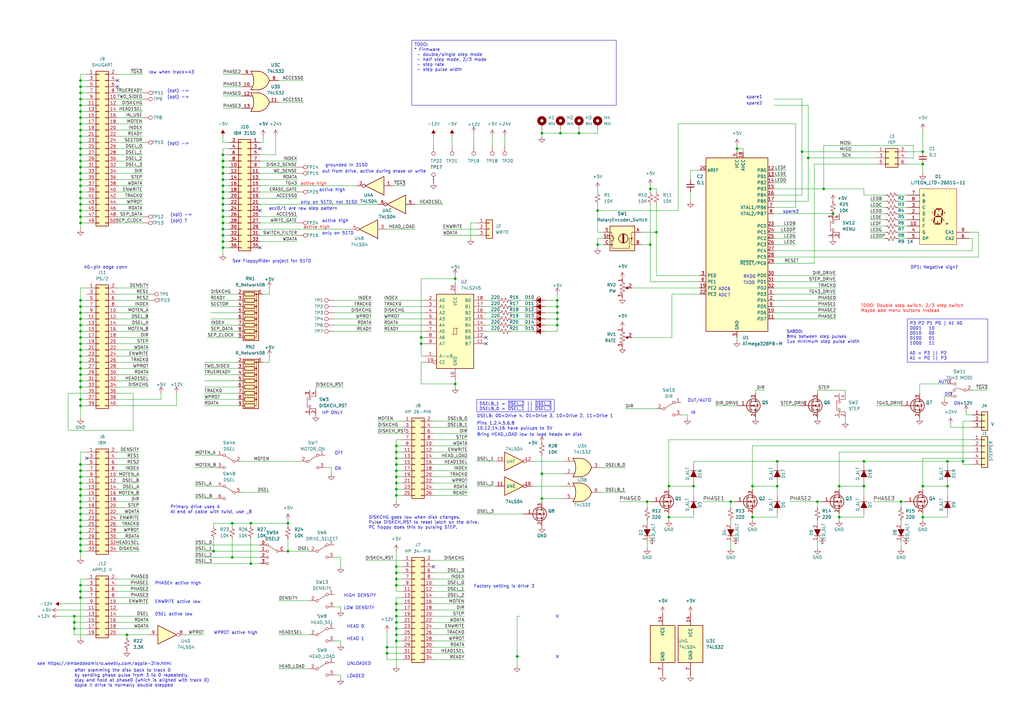
<source format=kicad_sch>
(kicad_sch (version 20230121) (generator eeschema)
  (paper "A3")
  (junction (at 33.02 198.12))
  (junction (at 91.44 63.5))
  (junction (at 91.44 68.58))
  (junction (at 33.02 38.1))
  (junction (at 299.72 205.74))
  (junction (at 222.25 204.47))
  (junction (at 228.6 125.73))
  (junction (at 228.6 130.81))
  (junction (at 33.02 33.02))
  (junction (at 91.44 99.06))
  (junction (at 33.02 53.34))
  (junction (at 228.6 133.35))
  (junction (at 33.02 220.98))
  (junction (at 269.24 95.25))
  (junction (at 33.02 166.37))
  (junction (at 33.02 240.03))
  (junction (at 162.56 193.04))
  (junction (at 33.02 43.18))
  (junction (at 158.75 265.43))
  (junction (at 91.44 96.52))
  (junction (at 33.02 210.82))
  (junction (at 33.02 158.75))
  (junction (at 266.7 77.47))
  (junction (at 33.02 88.9))
  (junction (at 33.02 135.89))
  (junction (at 318.77 189.23))
  (junction (at 162.56 252.73))
  (junction (at 91.44 86.36))
  (junction (at 33.02 40.64))
  (junction (at 228.6 123.19))
  (junction (at 162.56 237.49))
  (junction (at 91.44 88.9))
  (junction (at 33.02 213.36))
  (junction (at 284.48 199.39))
  (junction (at 33.02 153.67))
  (junction (at 33.02 146.05))
  (junction (at 237.49 54.61))
  (junction (at 33.02 60.96))
  (junction (at 91.44 78.74))
  (junction (at 118.11 226.06))
  (junction (at 265.43 205.74))
  (junction (at 91.44 83.82))
  (junction (at 388.62 189.23))
  (junction (at 33.02 78.74))
  (junction (at 274.32 199.39))
  (junction (at 95.25 214.63))
  (junction (at 91.44 91.44))
  (junction (at 245.11 86.36))
  (junction (at 162.56 260.35))
  (junction (at 186.69 157.48))
  (junction (at 33.02 45.72))
  (junction (at 33.02 128.27))
  (junction (at 33.02 55.88))
  (junction (at 33.02 156.21))
  (junction (at 33.02 151.13))
  (junction (at 378.46 199.39))
  (junction (at 33.02 73.66))
  (junction (at 33.02 68.58))
  (junction (at 162.56 247.65))
  (junction (at 33.02 148.59))
  (junction (at 162.56 190.5))
  (junction (at 341.63 87.63))
  (junction (at 302.26 60.96))
  (junction (at 162.56 185.42))
  (junction (at 162.56 187.96))
  (junction (at 378.46 67.31))
  (junction (at 162.56 203.2))
  (junction (at 33.02 76.2))
  (junction (at 33.02 193.04))
  (junction (at 87.63 226.06))
  (junction (at 33.02 143.51))
  (junction (at 186.69 114.3))
  (junction (at 30.48 257.81))
  (junction (at 158.75 267.97))
  (junction (at 33.02 130.81))
  (junction (at 33.02 86.36))
  (junction (at 378.46 62.23))
  (junction (at 308.61 199.39))
  (junction (at 172.72 138.43))
  (junction (at 33.02 81.28))
  (junction (at 162.56 234.95))
  (junction (at 308.61 212.09))
  (junction (at 33.02 35.56))
  (junction (at 328.93 62.23))
  (junction (at 91.44 101.6))
  (junction (at 162.56 198.12))
  (junction (at 33.02 190.5))
  (junction (at 318.77 199.39))
  (junction (at 394.97 189.23))
  (junction (at 378.46 212.09))
  (junction (at 335.28 205.74))
  (junction (at 33.02 138.43))
  (junction (at 33.02 226.06))
  (junction (at 91.44 76.2))
  (junction (at 162.56 262.89))
  (junction (at 162.56 255.27))
  (junction (at 331.47 64.77))
  (junction (at 344.17 199.39))
  (junction (at 91.44 81.28))
  (junction (at 33.02 208.28))
  (junction (at 274.32 212.09))
  (junction (at 162.56 182.88))
  (junction (at 245.11 100.33))
  (junction (at 91.44 93.98))
  (junction (at 33.02 48.26))
  (junction (at 229.87 54.61))
  (junction (at 33.02 50.8))
  (junction (at 33.02 200.66))
  (junction (at 222.25 194.31))
  (junction (at 228.6 128.27))
  (junction (at 33.02 140.97))
  (junction (at 33.02 218.44))
  (junction (at 162.56 195.58))
  (junction (at 33.02 83.82))
  (junction (at 369.57 205.74))
  (junction (at 33.02 71.12))
  (junction (at 162.56 257.81))
  (junction (at 102.87 231.14))
  (junction (at 354.33 199.39))
  (junction (at 33.02 133.35))
  (junction (at 162.56 200.66))
  (junction (at 91.44 71.12))
  (junction (at 337.82 77.47))
  (junction (at 30.48 252.73))
  (junction (at 33.02 195.58))
  (junction (at 222.25 54.61))
  (junction (at 33.02 125.73))
  (junction (at 33.02 63.5))
  (junction (at 162.56 250.19))
  (junction (at 91.44 73.66))
  (junction (at 91.44 66.04))
  (junction (at 344.17 212.09))
  (junction (at 162.56 240.03))
  (junction (at 212.09 269.24))
  (junction (at 30.48 255.27))
  (junction (at 33.02 91.44))
  (junction (at 33.02 123.19))
  (junction (at 388.62 199.39))
  (junction (at 172.72 140.97))
  (junction (at 33.02 66.04))
  (junction (at 102.87 214.63))
  (junction (at 354.33 189.23))
  (junction (at 33.02 223.52))
  (junction (at 162.56 232.41))
  (junction (at 33.02 58.42))
  (junction (at 33.02 245.11))
  (junction (at 95.25 228.6))
  (junction (at 118.11 214.63))
  (junction (at 33.02 163.83))
  (junction (at 33.02 215.9))
  (junction (at 266.7 100.33))
  (junction (at 52.07 260.35))
  (junction (at 33.02 242.57))
  (junction (at 33.02 203.2))
  (junction (at 33.02 205.74))
  (no_connect (at 228.6 252.73))
  (no_connect (at 106.68 101.6))
  (no_connect (at 199.39 140.97))
  (no_connect (at 177.8 232.41))
  (no_connect (at 48.26 35.56))
  (no_connect (at 35.56 187.96))
  (no_connect (at 106.68 60.96))
  (no_connect (at 228.6 269.24))
  (no_connect (at 199.39 138.43))
  (no_connect (at 48.26 33.02))
  (no_connect (at 106.68 86.36))
  (wire (pts (xy 30.48 255.27) (xy 30.48 257.81)))
  (wire (pts (xy 388.62 162.56) (xy 387.35 162.56)))
  (wire (pts (xy 162.56 200.66) (xy 165.1 200.66)))
  (wire (pts (xy 162.56 255.27) (xy 165.1 255.27)))
  (wire (pts (xy 318.77 189.23) (xy 354.33 189.23)))
  (wire (pts (xy 91.44 71.12) (xy 93.98 71.12)))
  (wire (pts (xy 106.68 83.82) (xy 154.94 83.82)))
  (wire (pts (xy 162.56 182.88) (xy 162.56 185.42)))
  (wire (pts (xy 33.02 68.58) (xy 33.02 71.12)))
  (wire (pts (xy 33.02 237.49) (xy 33.02 240.03)))
  (wire (pts (xy 83.82 163.83) (xy 97.79 163.83)))
  (wire (pts (xy 335.28 161.29) (xy 335.28 160.02)))
  (wire (pts (xy 137.16 128.27) (xy 152.4 128.27)))
  (wire (pts (xy 35.56 156.21) (xy 33.02 156.21)))
  (wire (pts (xy 337.82 59.69) (xy 374.65 59.69)))
  (wire (pts (xy 91.44 91.44) (xy 93.98 91.44)))
  (wire (pts (xy 158.75 267.97) (xy 165.1 267.97)))
  (wire (pts (xy 378.46 187.96) (xy 378.46 199.39)))
  (wire (pts (xy 222.25 204.47) (xy 222.25 194.31)))
  (wire (pts (xy 162.56 226.06) (xy 162.56 232.41)))
  (wire (pts (xy 137.16 276.86) (xy 139.7 276.86)))
  (wire (pts (xy 33.02 81.28) (xy 35.56 81.28)))
  (wire (pts (xy 106.68 81.28) (xy 121.92 81.28)))
  (wire (pts (xy 193.04 97.79) (xy 193.04 91.44)))
  (wire (pts (xy 33.02 125.73) (xy 33.02 128.27)))
  (wire (pts (xy 33.02 130.81) (xy 33.02 133.35)))
  (wire (pts (xy 378.46 67.31) (xy 378.46 71.12)))
  (wire (pts (xy 48.26 73.66) (xy 58.42 73.66)))
  (wire (pts (xy 106.68 78.74) (xy 121.92 78.74)))
  (wire (pts (xy 162.56 237.49) (xy 165.1 237.49)))
  (wire (pts (xy 33.02 220.98) (xy 35.56 220.98)))
  (wire (pts (xy 33.02 151.13) (xy 33.02 153.67)))
  (wire (pts (xy 52.07 260.35) (xy 52.07 261.62)))
  (wire (pts (xy 177.8 242.57) (xy 190.5 242.57)))
  (wire (pts (xy 344.17 199.39) (xy 344.17 200.66)))
  (wire (pts (xy 172.72 140.97) (xy 173.99 140.97)))
  (wire (pts (xy 158.75 270.51) (xy 158.75 267.97)))
  (wire (pts (xy 279.4 170.18) (xy 281.94 170.18)))
  (wire (pts (xy 356.87 95.25) (xy 363.22 95.25)))
  (wire (pts (xy 378.46 199.39) (xy 378.46 200.66)))
  (wire (pts (xy 80.01 199.39) (xy 88.9 199.39)))
  (wire (pts (xy 114.3 33.02) (xy 124.46 33.02)))
  (wire (pts (xy 368.3 95.25) (xy 372.11 95.25)))
  (wire (pts (xy 48.26 161.29) (xy 54.61 161.29)))
  (wire (pts (xy 398.78 97.79) (xy 398.78 102.87)))
  (wire (pts (xy 48.26 203.2) (xy 57.15 203.2)))
  (wire (pts (xy 33.02 60.96) (xy 33.02 63.5)))
  (wire (pts (xy 91.44 66.04) (xy 91.44 68.58)))
  (wire (pts (xy 218.44 199.39) (xy 231.14 199.39)))
  (wire (pts (xy 177.8 172.72) (xy 191.77 172.72)))
  (wire (pts (xy 162.56 198.12) (xy 165.1 198.12)))
  (wire (pts (xy 91.44 96.52) (xy 93.98 96.52)))
  (wire (pts (xy 274.32 212.09) (xy 284.48 212.09)))
  (wire (pts (xy 259.08 138.43) (xy 275.59 138.43)))
  (wire (pts (xy 317.5 105.41) (xy 401.32 105.41)))
  (wire (pts (xy 107.95 120.65) (xy 110.49 120.65)))
  (wire (pts (xy 35.56 118.11) (xy 33.02 118.11)))
  (wire (pts (xy 331.47 64.77) (xy 331.47 43.18)))
  (wire (pts (xy 162.56 190.5) (xy 165.1 190.5)))
  (wire (pts (xy 48.26 151.13) (xy 60.96 151.13)))
  (wire (pts (xy 91.44 66.04) (xy 93.98 66.04)))
  (wire (pts (xy 33.02 81.28) (xy 33.02 83.82)))
  (wire (pts (xy 372.11 62.23) (xy 378.46 62.23)))
  (wire (pts (xy 33.02 83.82) (xy 35.56 83.82)))
  (wire (pts (xy 33.02 45.72) (xy 33.02 48.26)))
  (wire (pts (xy 209.55 130.81) (xy 218.44 130.81)))
  (wire (pts (xy 91.44 55.88) (xy 91.44 58.42)))
  (wire (pts (xy 177.8 203.2) (xy 191.77 203.2)))
  (wire (pts (xy 95.25 220.98) (xy 95.25 228.6)))
  (wire (pts (xy 129.54 158.75) (xy 129.54 160.02)))
  (wire (pts (xy 48.26 78.74) (xy 58.42 78.74)))
  (wire (pts (xy 33.02 35.56) (xy 33.02 38.1)))
  (wire (pts (xy 177.8 245.11) (xy 190.5 245.11)))
  (wire (pts (xy 33.02 148.59) (xy 33.02 151.13)))
  (wire (pts (xy 172.72 138.43) (xy 173.99 138.43)))
  (wire (pts (xy 162.56 262.89) (xy 165.1 262.89)))
  (wire (pts (xy 247.65 100.33) (xy 245.11 100.33)))
  (wire (pts (xy 33.02 73.66) (xy 35.56 73.66)))
  (wire (pts (xy 284.48 199.39) (xy 274.32 199.39)))
  (wire (pts (xy 157.48 125.73) (xy 173.99 125.73)))
  (wire (pts (xy 356.87 92.71) (xy 363.22 92.71)))
  (wire (pts (xy 177.8 175.26) (xy 191.77 175.26)))
  (wire (pts (xy 48.26 63.5) (xy 58.42 63.5)))
  (wire (pts (xy 106.68 76.2) (xy 146.05 76.2)))
  (wire (pts (xy 33.02 86.36) (xy 35.56 86.36)))
  (wire (pts (xy 162.56 232.41) (xy 162.56 234.95)))
  (wire (pts (xy 335.28 208.28) (xy 335.28 205.74)))
  (wire (pts (xy 106.68 93.98) (xy 143.51 93.98)))
  (wire (pts (xy 33.02 158.75) (xy 33.02 163.83)))
  (wire (pts (xy 35.56 138.43) (xy 33.02 138.43)))
  (wire (pts (xy 199.39 130.81) (xy 204.47 130.81)))
  (wire (pts (xy 33.02 203.2) (xy 33.02 205.74)))
  (wire (pts (xy 389.89 173.99) (xy 389.89 175.26)))
  (wire (pts (xy 80.01 226.06) (xy 87.63 226.06)))
  (wire (pts (xy 222.25 54.61) (xy 222.25 55.88)))
  (wire (pts (xy 378.46 53.34) (xy 378.46 62.23)))
  (wire (pts (xy 356.87 82.55) (xy 363.22 82.55)))
  (wire (pts (xy 86.36 135.89) (xy 97.79 135.89)))
  (wire (pts (xy 35.56 133.35) (xy 33.02 133.35)))
  (wire (pts (xy 185.42 55.88) (xy 185.42 59.69)))
  (wire (pts (xy 48.26 45.72) (xy 58.42 45.72)))
  (wire (pts (xy 318.77 198.12) (xy 318.77 199.39)))
  (wire (pts (xy 91.44 83.82) (xy 93.98 83.82)))
  (wire (pts (xy 30.48 260.35) (xy 35.56 260.35)))
  (wire (pts (xy 33.02 45.72) (xy 35.56 45.72)))
  (wire (pts (xy 33.02 140.97) (xy 33.02 143.51)))
  (wire (pts (xy 162.56 187.96) (xy 165.1 187.96)))
  (wire (pts (xy 346.71 161.29) (xy 346.71 160.02)))
  (wire (pts (xy 48.26 240.03) (xy 60.96 240.03)))
  (wire (pts (xy 33.02 240.03) (xy 35.56 240.03)))
  (wire (pts (xy 165.1 265.43) (xy 158.75 265.43)))
  (wire (pts (xy 48.26 257.81) (xy 60.96 257.81)))
  (wire (pts (xy 398.78 102.87) (xy 317.5 102.87)))
  (wire (pts (xy 35.56 146.05) (xy 33.02 146.05)))
  (wire (pts (xy 33.02 190.5) (xy 35.56 190.5)))
  (wire (pts (xy 91.44 88.9) (xy 91.44 91.44)))
  (wire (pts (xy 33.02 43.18) (xy 35.56 43.18)))
  (wire (pts (xy 33.02 245.11) (xy 33.02 261.62)))
  (wire (pts (xy 328.93 80.01) (xy 328.93 62.23)))
  (wire (pts (xy 162.56 252.73) (xy 165.1 252.73)))
  (wire (pts (xy 76.2 260.35) (xy 83.82 260.35)))
  (wire (pts (xy 265.43 222.25) (xy 265.43 224.79)))
  (wire (pts (xy 266.7 100.33) (xy 266.7 115.57)))
  (wire (pts (xy 275.59 120.65) (xy 287.02 120.65)))
  (wire (pts (xy 33.02 205.74) (xy 33.02 208.28)))
  (wire (pts (xy 162.56 193.04) (xy 165.1 193.04)))
  (wire (pts (xy 354.33 80.01) (xy 363.22 80.01)))
  (wire (pts (xy 172.72 138.43) (xy 172.72 140.97)))
  (wire (pts (xy 162.56 185.42) (xy 162.56 187.96)))
  (wire (pts (xy 106.68 96.52) (xy 121.92 96.52)))
  (wire (pts (xy 308.61 182.88) (xy 398.78 182.88)))
  (wire (pts (xy 209.55 133.35) (xy 218.44 133.35)))
  (wire (pts (xy 162.56 252.73) (xy 162.56 255.27)))
  (wire (pts (xy 284.48 203.2) (xy 284.48 199.39)))
  (wire (pts (xy 335.28 213.36) (xy 335.28 214.63)))
  (wire (pts (xy 228.6 133.35) (xy 223.52 133.35)))
  (wire (pts (xy 387.35 162.56) (xy 387.35 163.83)))
  (wire (pts (xy 91.44 83.82) (xy 91.44 86.36)))
  (wire (pts (xy 33.02 58.42) (xy 35.56 58.42)))
  (wire (pts (xy 95.25 214.63) (xy 102.87 214.63)))
  (wire (pts (xy 274.32 180.34) (xy 274.32 199.39)))
  (wire (pts (xy 318.77 199.39) (xy 308.61 199.39)))
  (wire (pts (xy 93.98 58.42) (xy 91.44 58.42)))
  (wire (pts (xy 48.26 55.88) (xy 58.42 55.88)))
  (wire (pts (xy 401.32 105.41) (xy 401.32 95.25)))
  (wire (pts (xy 91.44 93.98) (xy 91.44 96.52)))
  (wire (pts (xy 48.26 166.37) (xy 72.39 166.37)))
  (wire (pts (xy 317.5 87.63) (xy 341.63 87.63)))
  (wire (pts (xy 72.39 166.37) (xy 72.39 161.29)))
  (wire (pts (xy 317.5 107.95) (xy 334.01 107.95)))
  (wire (pts (xy 331.47 64.77) (xy 359.41 64.77)))
  (wire (pts (xy 245.11 86.36) (xy 278.13 86.36)))
  (wire (pts (xy 91.44 78.74) (xy 93.98 78.74)))
  (wire (pts (xy 299.72 222.25) (xy 299.72 224.79)))
  (wire (pts (xy 33.02 135.89) (xy 33.02 138.43)))
  (wire (pts (xy 48.26 245.11) (xy 60.96 245.11)))
  (wire (pts (xy 199.39 128.27) (xy 204.47 128.27)))
  (wire (pts (xy 91.44 73.66) (xy 93.98 73.66)))
  (wire (pts (xy 33.02 38.1) (xy 35.56 38.1)))
  (wire (pts (xy 33.02 63.5) (xy 35.56 63.5)))
  (wire (pts (xy 33.02 91.44) (xy 35.56 91.44)))
  (wire (pts (xy 48.26 156.21) (xy 60.96 156.21)))
  (wire (pts (xy 137.16 228.6) (xy 139.7 228.6)))
  (wire (pts (xy 388.62 212.09) (xy 388.62 210.82)))
  (wire (pts (xy 33.02 78.74) (xy 35.56 78.74)))
  (wire (pts (xy 48.26 135.89) (xy 60.96 135.89)))
  (wire (pts (xy 302.26 60.96) (xy 304.8 60.96)))
  (wire (pts (xy 162.56 247.65) (xy 162.56 250.19)))
  (wire (pts (xy 33.02 50.8) (xy 33.02 53.34)))
  (wire (pts (xy 326.39 85.09) (xy 326.39 50.8)))
  (wire (pts (xy 139.7 248.92) (xy 139.7 250.19)))
  (wire (pts (xy 177.8 200.66) (xy 191.77 200.66)))
  (wire (pts (xy 317.5 97.79) (xy 326.39 97.79)))
  (wire (pts (xy 162.56 257.81) (xy 165.1 257.81)))
  (wire (pts (xy 33.02 156.21) (xy 33.02 158.75)))
  (wire (pts (xy 304.8 62.23) (xy 304.8 60.96)))
  (wire (pts (xy 35.56 123.19) (xy 33.02 123.19)))
  (wire (pts (xy 177.8 229.87) (xy 190.5 229.87)))
  (wire (pts (xy 87.63 214.63) (xy 95.25 214.63)))
  (wire (pts (xy 106.68 58.42) (xy 107.95 58.42)))
  (wire (pts (xy 398.78 185.42) (xy 344.17 185.42)))
  (wire (pts (xy 162.56 247.65) (xy 165.1 247.65)))
  (wire (pts (xy 91.44 101.6) (xy 91.44 104.14)))
  (wire (pts (xy 354.33 77.47) (xy 354.33 80.01)))
  (wire (pts (xy 48.26 185.42) (xy 57.15 185.42)))
  (wire (pts (xy 33.02 213.36) (xy 33.02 215.9)))
  (wire (pts (xy 48.26 208.28) (xy 57.15 208.28)))
  (wire (pts (xy 48.26 130.81) (xy 60.96 130.81)))
  (wire (pts (xy 318.77 212.09) (xy 318.77 210.82)))
  (wire (pts (xy 334.01 67.31) (xy 359.41 67.31)))
  (wire (pts (xy 33.02 86.36) (xy 33.02 88.9)))
  (wire (pts (xy 158.75 259.08) (xy 158.75 265.43)))
  (wire (pts (xy 265.43 208.28) (xy 265.43 205.74)))
  (wire (pts (xy 33.02 245.11) (xy 35.56 245.11)))
  (wire (pts (xy 317.5 128.27) (xy 342.9 128.27)))
  (wire (pts (xy 86.36 128.27) (xy 97.79 128.27)))
  (wire (pts (xy 354.33 199.39) (xy 344.17 199.39)))
  (wire (pts (xy 157.48 133.35) (xy 173.99 133.35)))
  (wire (pts (xy 158.75 93.98) (xy 170.18 93.98)))
  (wire (pts (xy 162.56 182.88) (xy 165.1 182.88)))
  (wire (pts (xy 48.26 138.43) (xy 60.96 138.43)))
  (wire (pts (xy 269.24 113.03) (xy 287.02 113.03)))
  (wire (pts (xy 93.98 60.96) (xy 91.44 60.96)))
  (wire (pts (xy 162.56 234.95) (xy 165.1 234.95)))
  (wire (pts (xy 266.7 115.57) (xy 287.02 115.57)))
  (wire (pts (xy 293.37 166.37) (xy 302.26 166.37)))
  (wire (pts (xy 48.26 187.96) (xy 57.15 187.96)))
  (wire (pts (xy 91.44 63.5) (xy 93.98 63.5)))
  (wire (pts (xy 33.02 118.11) (xy 33.02 123.19)))
  (wire (pts (xy 48.26 50.8) (xy 58.42 50.8)))
  (wire (pts (xy 91.44 35.56) (xy 99.06 35.56)))
  (wire (pts (xy 33.02 58.42) (xy 33.02 60.96)))
  (wire (pts (xy 99.06 201.93) (xy 110.49 201.93)))
  (wire (pts (xy 274.32 180.34) (xy 398.78 180.34)))
  (wire (pts (xy 107.95 55.88) (xy 107.95 58.42)))
  (wire (pts (xy 33.02 242.57) (xy 33.02 245.11)))
  (wire (pts (xy 48.26 255.27) (xy 60.96 255.27)))
  (wire (pts (xy 137.16 125.73) (xy 152.4 125.73)))
  (wire (pts (xy 173.99 148.59) (xy 172.72 148.59)))
  (wire (pts (xy 33.02 143.51) (xy 33.02 146.05)))
  (wire (pts (xy 35.56 140.97) (xy 33.02 140.97)))
  (wire (pts (xy 228.6 128.27) (xy 228.6 130.81)))
  (wire (pts (xy 317.5 120.65) (xy 342.9 120.65)))
  (wire (pts (xy 369.57 208.28) (xy 369.57 205.74)))
  (wire (pts (xy 363.22 85.09) (xy 356.87 85.09)))
  (wire (pts (xy 48.26 68.58) (xy 58.42 68.58)))
  (wire (pts (xy 137.16 123.19) (xy 152.4 123.19)))
  (wire (pts (xy 35.56 130.81) (xy 33.02 130.81)))
  (wire (pts (xy 33.02 133.35) (xy 33.02 135.89)))
  (wire (pts (xy 283.21 69.85) (xy 283.21 73.66)))
  (wire (pts (xy 209.55 123.19) (xy 218.44 123.19)))
  (wire (pts (xy 368.3 80.01) (xy 372.11 80.01)))
  (wire (pts (xy 317.5 85.09) (xy 326.39 85.09)))
  (wire (pts (xy 222.25 54.61) (xy 229.87 54.61)))
  (wire (pts (xy 162.56 203.2) (xy 165.1 203.2)))
  (wire (pts (xy 265.43 213.36) (xy 265.43 214.63)))
  (wire (pts (xy 378.46 212.09) (xy 388.62 212.09)))
  (wire (pts (xy 87.63 215.9) (xy 87.63 214.63)))
  (wire (pts (xy 368.3 97.79) (xy 372.11 97.79)))
  (wire (pts (xy 222.25 186.69) (xy 222.25 194.31)))
  (wire (pts (xy 245.11 77.47) (xy 245.11 78.74)))
  (wire (pts (xy 317.5 113.03) (xy 342.9 113.03)))
  (wire (pts (xy 35.56 166.37) (xy 33.02 166.37)))
  (wire (pts (xy 95.25 228.6) (xy 106.68 228.6)))
  (wire (pts (xy 48.26 260.35) (xy 52.07 260.35)))
  (wire (pts (xy 91.44 68.58) (xy 93.98 68.58)))
  (wire (pts (xy 33.02 68.58) (xy 35.56 68.58)))
  (wire (pts (xy 95.25 214.63) (xy 95.25 215.9)))
  (wire (pts (xy 177.8 193.04) (xy 191.77 193.04)))
  (wire (pts (xy 33.02 226.06) (xy 33.02 228.6)))
  (wire (pts (xy 162.56 255.27) (xy 162.56 257.81)))
  (wire (pts (xy 222.25 205.74) (xy 222.25 204.47)))
  (wire (pts (xy 177.8 190.5) (xy 191.77 190.5)))
  (wire (pts (xy 317.5 100.33) (xy 326.39 100.33)))
  (wire (pts (xy 284.48 212.09) (xy 284.48 210.82)))
  (wire (pts (xy 195.58 210.82) (xy 214.63 210.82)))
  (wire (pts (xy 91.44 78.74) (xy 91.44 81.28)))
  (wire (pts (xy 388.62 198.12) (xy 388.62 199.39)))
  (wire (pts (xy 139.7 228.6) (xy 139.7 232.41)))
  (wire (pts (xy 308.61 199.39) (xy 308.61 200.66)))
  (wire (pts (xy 114.3 260.35) (xy 127 260.35)))
  (wire (pts (xy 172.72 146.05) (xy 173.99 146.05)))
  (wire (pts (xy 245.11 54.61) (xy 245.11 53.34)))
  (wire (pts (xy 317.5 80.01) (xy 328.93 80.01)))
  (wire (pts (xy 116.84 226.06) (xy 118.11 226.06)))
  (wire (pts (xy 24.13 252.73) (xy 30.48 252.73)))
  (wire (pts (xy 288.29 205.74) (xy 299.72 205.74)))
  (wire (pts (xy 33.02 240.03) (xy 33.02 242.57)))
  (wire (pts (xy 139.7 276.86) (xy 139.7 278.13)))
  (wire (pts (xy 274.32 212.09) (xy 274.32 213.36)))
  (wire (pts (xy 374.65 64.77) (xy 374.65 59.69)))
  (wire (pts (xy 154.94 175.26) (xy 165.1 175.26)))
  (wire (pts (xy 106.68 99.06) (xy 121.92 99.06)))
  (wire (pts (xy 354.33 203.2) (xy 354.33 199.39)))
  (wire (pts (xy 33.02 66.04) (xy 33.02 68.58)))
  (wire (pts (xy 27.94 176.53) (xy 27.94 161.29)))
  (wire (pts (xy 222.25 204.47) (xy 231.14 204.47)))
  (wire (pts (xy 398.78 190.5) (xy 394.97 190.5)))
  (wire (pts (xy 354.33 198.12) (xy 354.33 199.39)))
  (wire (pts (xy 48.26 163.83) (xy 66.04 163.83)))
  (wire (pts (xy 162.56 250.19) (xy 162.56 252.73)))
  (wire (pts (xy 266.7 83.82) (xy 266.7 100.33)))
  (wire (pts (xy 48.26 120.65) (xy 60.96 120.65)))
  (wire (pts (xy 162.56 180.34) (xy 162.56 182.88)))
  (wire (pts (xy 35.56 143.51) (xy 33.02 143.51)))
  (wire (pts (xy 177.8 252.73) (xy 190.5 252.73)))
  (wire (pts (xy 137.16 248.92) (xy 139.7 248.92)))
  (wire (pts (xy 48.26 198.12) (xy 57.15 198.12)))
  (wire (pts (xy 162.56 245.11) (xy 162.56 247.65)))
  (wire (pts (xy 91.44 81.28) (xy 93.98 81.28)))
  (wire (pts (xy 48.26 48.26) (xy 58.42 48.26)))
  (wire (pts (xy 91.44 63.5) (xy 91.44 66.04)))
  (wire (pts (xy 193.04 91.44) (xy 195.58 91.44)))
  (wire (pts (xy 48.26 58.42) (xy 58.42 58.42)))
  (wire (pts (xy 35.56 128.27) (xy 33.02 128.27)))
  (wire (pts (xy 256.54 167.64) (xy 269.24 167.64)))
  (wire (pts (xy 377.19 161.29) (xy 377.19 157.48)))
  (wire (pts (xy 33.02 63.5) (xy 33.02 66.04)))
  (wire (pts (xy 83.82 153.67) (xy 97.79 153.67)))
  (wire (pts (xy 48.26 60.96) (xy 58.42 60.96)))
  (wire (pts (xy 48.26 247.65) (xy 60.96 247.65)))
  (wire (pts (xy 33.02 185.42) (xy 33.02 190.5)))
  (wire (pts (xy 33.02 210.82) (xy 33.02 213.36)))
  (wire (pts (xy 397.51 97.79) (xy 398.78 97.79)))
  (wire (pts (xy 186.69 156.21) (xy 186.69 157.48)))
  (wire (pts (xy 48.26 237.49) (xy 60.96 237.49)))
  (wire (pts (xy 33.02 88.9) (xy 33.02 91.44)))
  (wire (pts (xy 394.97 172.72) (xy 398.78 172.72)))
  (wire (pts (xy 309.88 160.02) (xy 313.69 160.02)))
  (wire (pts (xy 302.26 59.69) (xy 302.26 60.96)))
  (wire (pts (xy 35.56 252.73) (xy 30.48 252.73)))
  (wire (pts (xy 177.8 255.27) (xy 190.5 255.27)))
  (wire (pts (xy 83.82 158.75) (xy 97.79 158.75)))
  (wire (pts (xy 283.21 82.55) (xy 283.21 78.74)))
  (wire (pts (xy 35.56 185.42) (xy 33.02 185.42)))
  (wire (pts (xy 35.56 250.19) (xy 24.13 250.19)))
  (wire (pts (xy 30.48 255.27) (xy 35.56 255.27)))
  (wire (pts (xy 246.38 191.77) (xy 256.54 191.77)))
  (wire (pts (xy 48.26 143.51) (xy 60.96 143.51)))
  (wire (pts (xy 328.93 62.23) (xy 328.93 40.64)))
  (wire (pts (xy 35.56 125.73) (xy 33.02 125.73)))
  (wire (pts (xy 154.94 177.8) (xy 165.1 177.8)))
  (wire (pts (xy 102.87 231.14) (xy 106.68 231.14)))
  (wire (pts (xy 33.02 205.74) (xy 35.56 205.74)))
  (wire (pts (xy 246.38 201.93) (xy 256.54 201.93)))
  (wire (pts (xy 154.94 172.72) (xy 165.1 172.72)))
  (wire (pts (xy 86.36 130.81) (xy 97.79 130.81)))
  (wire (pts (xy 317.5 125.73) (xy 342.9 125.73)))
  (wire (pts (xy 344.17 210.82) (xy 344.17 212.09)))
  (wire (pts (xy 33.02 193.04) (xy 35.56 193.04)))
  (wire (pts (xy 162.56 232.41) (xy 165.1 232.41)))
  (wire (pts (xy 33.02 40.64) (xy 33.02 43.18)))
  (wire (pts (xy 368.3 82.55) (xy 372.11 82.55)))
  (wire (pts (xy 177.8 185.42) (xy 191.77 185.42)))
  (wire (pts (xy 149.86 229.87) (xy 165.1 229.87)))
  (wire (pts (xy 110.49 146.05) (xy 110.49 148.59)))
  (wire (pts (xy 48.26 195.58) (xy 57.15 195.58)))
  (wire (pts (xy 80.01 223.52) (xy 106.68 223.52)))
  (wire (pts (xy 228.6 130.81) (xy 228.6 133.35)))
  (wire (pts (xy 33.02 203.2) (xy 35.56 203.2)))
  (wire (pts (xy 195.58 199.39) (xy 203.2 199.39)))
  (wire (pts (xy 172.72 148.59) (xy 172.72 157.48)))
  (wire (pts (xy 317.5 69.85) (xy 322.58 69.85)))
  (wire (pts (xy 48.26 40.64) (xy 58.42 40.64)))
  (wire (pts (xy 129.54 158.75) (xy 140.97 158.75)))
  (wire (pts (xy 33.02 76.2) (xy 35.56 76.2)))
  (wire (pts (xy 48.26 30.48) (xy 58.42 30.48)))
  (wire (pts (xy 91.44 60.96) (xy 91.44 63.5)))
  (wire (pts (xy 33.02 71.12) (xy 33.02 73.66)))
  (wire (pts (xy 359.41 166.37) (xy 369.57 166.37)))
  (wire (pts (xy 48.26 88.9) (xy 58.42 88.9)))
  (wire (pts (xy 369.57 222.25) (xy 369.57 224.79)))
  (wire (pts (xy 368.3 90.17) (xy 372.11 90.17)))
  (wire (pts (xy 114.3 246.38) (xy 127 246.38)))
  (wire (pts (xy 177.8 195.58) (xy 191.77 195.58)))
  (wire (pts (xy 162.56 240.03) (xy 162.56 242.57)))
  (wire (pts (xy 118.11 214.63) (xy 118.11 215.9)))
  (wire (pts (xy 99.06 189.23) (xy 123.19 189.23)))
  (wire (pts (xy 247.65 97.79) (xy 245.11 97.79)))
  (wire (pts (xy 335.28 205.74) (xy 336.55 205.74)))
  (wire (pts (xy 287.02 118.11) (xy 259.08 118.11)))
  (wire (pts (xy 33.02 213.36) (xy 35.56 213.36)))
  (wire (pts (xy 33.02 215.9) (xy 33.02 218.44)))
  (wire (pts (xy 33.02 66.04) (xy 35.56 66.04)))
  (wire (pts (xy 91.44 86.36) (xy 93.98 86.36)))
  (wire (pts (xy 389.89 175.26) (xy 398.78 175.26)))
  (wire (pts (xy 309.88 161.29) (xy 309.88 160.02)))
  (wire (pts (xy 378.46 212.09) (xy 378.46 213.36)))
  (wire (pts (xy 102.87 214.63) (xy 118.11 214.63)))
  (wire (pts (xy 203.2 189.23) (xy 195.58 189.23)))
  (wire (pts (xy 401.32 95.25) (xy 397.51 95.25)))
  (wire (pts (xy 278.13 50.8) (xy 278.13 86.36)))
  (wire (pts (xy 106.68 88.9) (xy 121.92 88.9)))
  (wire (pts (xy 199.39 133.35) (xy 204.47 133.35)))
  (wire (pts (xy 162.56 260.35) (xy 165.1 260.35)))
  (wire (pts (xy 33.02 200.66) (xy 33.02 203.2)))
  (wire (pts (xy 229.87 54.61) (xy 229.87 53.34)))
  (wire (pts (xy 212.09 269.24) (xy 213.36 269.24)))
  (wire (pts (xy 262.89 95.25) (xy 269.24 95.25)))
  (wire (pts (xy 326.39 50.8) (xy 278.13 50.8)))
  (wire (pts (xy 86.36 125.73) (xy 97.79 125.73)))
  (wire (pts (xy 33.02 242.57) (xy 35.56 242.57)))
  (wire (pts (xy 335.28 222.25) (xy 335.28 224.79)))
  (wire (pts (xy 317.5 82.55) (xy 331.47 82.55)))
  (wire (pts (xy 317.5 123.19) (xy 342.9 123.19)))
  (wire (pts (xy 177.8 257.81) (xy 190.5 257.81)))
  (wire (pts (xy 91.44 86.36) (xy 91.44 88.9)))
  (wire (pts (xy 245.11 83.82) (xy 245.11 86.36)))
  (wire (pts (xy 394.97 172.72) (xy 394.97 189.23)))
  (wire (pts (xy 266.7 77.47) (xy 266.7 78.74)))
  (wire (pts (xy 48.26 83.82) (xy 58.42 83.82)))
  (wire (pts (xy 91.44 93.98) (xy 93.98 93.98)))
  (wire (pts (xy 378.46 210.82) (xy 378.46 212.09)))
  (wire (pts (xy 48.26 215.9) (xy 57.15 215.9)))
  (wire (pts (xy 33.02 128.27) (xy 33.02 130.81)))
  (wire (pts (xy 110.49 118.11) (xy 110.49 120.65)))
  (wire (pts (xy 91.44 44.45) (xy 99.06 44.45)))
  (wire (pts (xy 33.02 208.28) (xy 35.56 208.28)))
  (wire (pts (xy 177.8 187.96) (xy 191.77 187.96)))
  (wire (pts (xy 33.02 218.44) (xy 35.56 218.44)))
  (wire (pts (xy 162.56 180.34) (xy 165.1 180.34)))
  (wire (pts (xy 323.85 205.74) (xy 335.28 205.74)))
  (wire (pts (xy 48.26 53.34) (xy 58.42 53.34)))
  (wire (pts (xy 33.02 210.82) (xy 35.56 210.82)))
  (wire (pts (xy 177.8 180.34) (xy 191.77 180.34)))
  (wire (pts (xy 80.01 186.69) (xy 88.9 186.69)))
  (wire (pts (xy 35.56 148.59) (xy 33.02 148.59)))
  (wire (pts (xy 48.26 86.36) (xy 58.42 86.36)))
  (wire (pts (xy 344.17 212.09) (xy 354.33 212.09)))
  (wire (pts (xy 177.8 55.88) (xy 177.8 59.69)))
  (wire (pts (xy 372.11 67.31) (xy 378.46 67.31)))
  (wire (pts (xy 177.8 247.65) (xy 190.5 247.65)))
  (wire (pts (xy 33.02 193.04) (xy 33.02 195.58)))
  (wire (pts (xy 337.82 77.47) (xy 354.33 77.47)))
  (wire (pts (xy 162.56 260.35) (xy 162.56 262.89)))
  (wire (pts (xy 186.69 157.48) (xy 186.69 158.75)))
  (wire (pts (xy 91.44 88.9) (xy 93.98 88.9)))
  (wire (pts (xy 177.8 260.35) (xy 190.5 260.35)))
  (wire (pts (xy 228.6 128.27) (xy 223.52 128.27)))
  (wire (pts (xy 177.8 262.89) (xy 190.5 262.89)))
  (wire (pts (xy 83.82 161.29) (xy 97.79 161.29)))
  (wire (pts (xy 254 205.74) (xy 265.43 205.74)))
  (wire (pts (xy 48.26 252.73) (xy 60.96 252.73)))
  (wire (pts (xy 33.02 33.02) (xy 35.56 33.02)))
  (wire (pts (xy 91.44 76.2) (xy 91.44 78.74)))
  (wire (pts (xy 91.44 73.66) (xy 91.44 76.2)))
  (wire (pts (xy 33.02 138.43) (xy 33.02 140.97)))
  (wire (pts (xy 33.02 78.74) (xy 33.02 81.28)))
  (wire (pts (xy 48.26 210.82) (xy 57.15 210.82)))
  (wire (pts (xy 48.26 213.36) (xy 57.15 213.36)))
  (wire (pts (xy 335.28 160.02) (xy 346.71 160.02)))
  (wire (pts (xy 396.24 168.91) (xy 396.24 170.18)))
  (wire (pts (xy 299.72 213.36) (xy 299.72 214.63)))
  (wire (pts (xy 48.26 153.67) (xy 60.96 153.67)))
  (wire (pts (xy 48.26 148.59) (xy 60.96 148.59)))
  (wire (pts (xy 317.5 118.11) (xy 342.9 118.11)))
  (wire (pts (xy 33.02 190.5) (xy 33.02 193.04)))
  (wire (pts (xy 162.56 250.19) (xy 165.1 250.19)))
  (wire (pts (xy 106.68 66.04) (xy 121.92 66.04)))
  (wire (pts (xy 228.6 125.73) (xy 223.52 125.73)))
  (wire (pts (xy 302.26 138.43) (xy 302.26 139.7)))
  (wire (pts (xy 91.44 81.28) (xy 91.44 83.82)))
  (wire (pts (xy 106.68 91.44) (xy 121.92 91.44)))
  (wire (pts (xy 33.02 237.49) (xy 35.56 237.49)))
  (wire (pts (xy 368.3 85.09) (xy 372.11 85.09)))
  (wire (pts (xy 369.57 205.74) (xy 370.84 205.74)))
  (wire (pts (xy 388.62 199.39) (xy 378.46 199.39)))
  (wire (pts (xy 209.55 128.27) (xy 218.44 128.27)))
  (wire (pts (xy 157.48 135.89) (xy 173.99 135.89)))
  (wire (pts (xy 284.48 190.5) (xy 284.48 189.23)))
  (wire (pts (xy 33.02 208.28) (xy 33.02 210.82)))
  (wire (pts (xy 162.56 234.95) (xy 162.56 237.49)))
  (wire (pts (xy 33.02 60.96) (xy 35.56 60.96)))
  (wire (pts (xy 245.11 97.79) (xy 245.11 100.33)))
  (wire (pts (xy 228.6 130.81) (xy 223.52 130.81)))
  (wire (pts (xy 48.26 76.2) (xy 58.42 76.2)))
  (wire (pts (xy 177.8 270.51) (xy 190.5 270.51)))
  (wire (pts (xy 33.02 48.26) (xy 35.56 48.26)))
  (wire (pts (xy 135.89 191.77) (xy 135.89 194.31)))
  (wire (pts (xy 35.56 151.13) (xy 33.02 151.13)))
  (wire (pts (xy 48.26 128.27) (xy 60.96 128.27)))
  (wire (pts (xy 33.02 71.12) (xy 35.56 71.12)))
  (wire (pts (xy 33.02 166.37) (xy 33.02 171.45)))
  (wire (pts (xy 33.02 55.88) (xy 35.56 55.88)))
  (wire (pts (xy 317.5 95.25) (xy 326.39 95.25)))
  (wire (pts (xy 320.04 166.37) (xy 327.66 166.37)))
  (wire (pts (xy 162.56 185.42) (xy 165.1 185.42)))
  (wire (pts (xy 265.43 205.74) (xy 266.7 205.74)))
  (wire (pts (xy 66.04 163.83) (xy 66.04 161.29)))
  (wire (pts (xy 80.01 228.6) (xy 95.25 228.6)))
  (wire (pts (xy 91.44 71.12) (xy 91.44 73.66)))
  (wire (pts (xy 33.02 91.44) (xy 33.02 93.98)))
  (wire (pts (xy 106.68 73.66) (xy 121.92 73.66)))
  (wire (pts (xy 33.02 30.48) (xy 33.02 33.02)))
  (wire (pts (xy 318.77 189.23) (xy 318.77 190.5)))
  (wire (pts (xy 172.72 140.97) (xy 172.72 146.05)))
  (wire (pts (xy 199.39 123.19) (xy 204.47 123.19)))
  (wire (pts (xy 162.56 237.49) (xy 162.56 240.03)))
  (wire (pts (xy 30.48 252.73) (xy 30.48 255.27)))
  (wire (pts (xy 394.97 189.23) (xy 394.97 190.5)))
  (wire (pts (xy 354.33 212.09) (xy 354.33 210.82)))
  (wire (pts (xy 207.01 55.88) (xy 207.01 59.69)))
  (wire (pts (xy 33.02 83.82) (xy 33.02 86.36)))
  (wire (pts (xy 269.24 95.25) (xy 269.24 113.03)))
  (wire (pts (xy 33.02 195.58) (xy 33.02 198.12)))
  (wire (pts (xy 162.56 198.12) (xy 162.56 200.66)))
  (wire (pts (xy 83.82 151.13) (xy 97.79 151.13)))
  (wire (pts (xy 33.02 218.44) (xy 33.02 220.98)))
  (wire (pts (xy 388.62 189.23) (xy 394.97 189.23)))
  (wire (pts (xy 162.56 262.89) (xy 162.56 273.05)))
  (wire (pts (xy 317.5 74.93) (xy 322.58 74.93)))
  (wire (pts (xy 33.02 195.58) (xy 35.56 195.58)))
  (wire (pts (xy 48.26 43.18) (xy 58.42 43.18)))
  (wire (pts (xy 157.48 128.27) (xy 173.99 128.27)))
  (wire (pts (xy 33.02 200.66) (xy 35.56 200.66)))
  (wire (pts (xy 186.69 115.57) (xy 186.69 114.3)))
  (wire (pts (xy 48.26 81.28) (xy 58.42 81.28)))
  (wire (pts (xy 157.48 123.19) (xy 173.99 123.19)))
  (wire (pts (xy 368.3 92.71) (xy 372.11 92.71)))
  (wire (pts (xy 139.7 262.89) (xy 139.7 264.16)))
  (wire (pts (xy 162.56 195.58) (xy 165.1 195.58)))
  (wire (pts (xy 33.02 38.1) (xy 33.02 40.64)))
  (wire (pts (xy 91.44 99.06) (xy 93.98 99.06)))
  (wire (pts (xy 33.02 163.83) (xy 33.02 166.37)))
  (wire (pts (xy 48.26 123.19) (xy 60.96 123.19)))
  (wire (pts (xy 114.3 41.91) (xy 124.46 41.91)))
  (wire (pts (xy 162.56 240.03) (xy 165.1 240.03)))
  (wire (pts (xy 354.33 189.23) (xy 388.62 189.23)))
  (wire (pts (xy 228.6 135.89) (xy 223.52 135.89)))
  (wire (pts (xy 33.02 30.48) (xy 35.56 30.48)))
  (wire (pts (xy 48.26 220.98) (xy 57.15 220.98)))
  (wire (pts (xy 33.02 215.9) (xy 35.56 215.9)))
  (wire (pts (xy 283.21 69.85) (xy 287.02 69.85)))
  (wire (pts (xy 33.02 33.02) (xy 33.02 35.56)))
  (wire (pts (xy 170.18 83.82) (xy 181.61 83.82)))
  (wire (pts (xy 48.26 125.73) (xy 60.96 125.73)))
  (wire (pts (xy 377.19 157.48) (xy 388.62 157.48)))
  (wire (pts (xy 162.56 200.66) (xy 162.56 203.2)))
  (wire (pts (xy 33.02 226.06) (xy 35.56 226.06)))
  (wire (pts (xy 137.16 133.35) (xy 152.4 133.35)))
  (wire (pts (xy 35.56 153.67) (xy 33.02 153.67)))
  (wire (pts (xy 274.32 210.82) (xy 274.32 212.09)))
  (wire (pts (xy 222.25 54.61) (xy 222.25 53.34)))
  (wire (pts (xy 317.5 72.39) (xy 322.58 72.39)))
  (wire (pts (xy 358.14 205.74) (xy 369.57 205.74)))
  (wire (pts (xy 172.72 114.3) (xy 172.72 138.43)))
  (wire (pts (xy 398.78 160.02) (xy 405.13 160.02)))
  (wire (pts (xy 274.32 199.39) (xy 274.32 200.66)))
  (wire (pts (xy 237.49 54.61) (xy 237.49 53.34)))
  (wire (pts (xy 25.4 247.65) (xy 35.56 247.65)))
  (wire (pts (xy 137.16 262.89) (xy 139.7 262.89)))
  (wire (pts (xy 162.56 195.58) (xy 162.56 198.12)))
  (wire (pts (xy 48.26 242.57) (xy 60.96 242.57)))
  (wire (pts (xy 317.5 43.18) (xy 331.47 43.18)))
  (wire (pts (xy 33.02 220.98) (xy 33.02 223.52)))
  (wire (pts (xy 91.44 76.2) (xy 93.98 76.2)))
  (wire (pts (xy 91.44 39.37) (xy 99.06 39.37)))
  (wire (pts (xy 177.8 237.49) (xy 190.5 237.49)))
  (wire (pts (xy 106.68 63.5) (xy 113.03 63.5)))
  (wire (pts (xy 48.26 71.12) (xy 58.42 71.12)))
  (wire (pts (xy 231.14 189.23) (xy 218.44 189.23)))
  (wire (pts (xy 33.02 73.66) (xy 33.02 76.2)))
  (wire (pts (xy 398.78 187.96) (xy 378.46 187.96)))
  (wire (pts (xy 334.01 107.95) (xy 334.01 67.31)))
  (wire (pts (xy 228.6 125.73) (xy 228.6 128.27)))
  (wire (pts (xy 212.09 269.24) (xy 212.09 273.05)))
  (wire (pts (xy 369.57 213.36) (xy 369.57 214.63)))
  (wire (pts (xy 48.26 133.35) (xy 60.96 133.35)))
  (wire (pts (xy 137.16 130.81) (xy 152.4 130.81)))
  (wire (pts (xy 201.93 55.88) (xy 201.93 59.69)))
  (wire (pts (xy 228.6 123.19) (xy 228.6 125.73)))
  (wire (pts (xy 83.82 156.21) (xy 97.79 156.21)))
  (wire (pts (xy 354.33 189.23) (xy 354.33 190.5)))
  (wire (pts (xy 80.01 204.47) (xy 88.9 204.47)))
  (wire (pts (xy 54.61 161.29) (xy 54.61 176.53)))
  (wire (pts (xy 107.95 148.59) (xy 110.49 148.59)))
  (wire (pts (xy 48.26 91.44) (xy 58.42 91.44)))
  (wire (pts (xy 162.56 257.81) (xy 162.56 260.35)))
  (wire (pts (xy 48.26 226.06) (xy 57.15 226.06)))
  (wire (pts (xy 266.7 77.47) (xy 269.24 77.47)))
  (wire (pts (xy 346.71 171.45) (xy 346.71 172.72)))
  (wire (pts (xy 388.62 189.23) (xy 388.62 190.5)))
  (wire (pts (xy 33.02 198.12) (xy 33.02 200.66)))
  (wire (pts (xy 162.56 190.5) (xy 162.56 193.04)))
  (wire (pts (xy 48.26 190.5) (xy 57.15 190.5)))
  (wire (pts (xy 35.56 163.83) (xy 33.02 163.83)))
  (wire (pts (xy 33.02 146.05) (xy 33.02 148.59)))
  (wire (pts (xy 344.17 212.09) (xy 344.17 213.36)))
  (wire (pts (xy 165.1 245.11) (xy 162.56 245.11)))
  (wire (pts (xy 209.55 135.89) (xy 218.44 135.89)))
  (wire (pts (xy 30.48 257.81) (xy 35.56 257.81)))
  (wire (pts (xy 33.02 50.8) (xy 35.56 50.8)))
  (wire (pts (xy 186.69 113.03) (xy 186.69 114.3)))
  (wire (pts (xy 83.82 166.37) (xy 97.79 166.37)))
  (wire (pts (xy 177.8 198.12) (xy 191.77 198.12)))
  (wire (pts (xy 331.47 82.55) (xy 331.47 64.77)))
  (wire (pts (xy 317.5 92.71) (xy 326.39 92.71)))
  (wire (pts (xy 30.48 257.81) (xy 30.48 260.35)))
  (wire (pts (xy 317.5 40.64) (xy 328.93 40.64)))
  (wire (pts (xy 228.6 120.65) (xy 228.6 123.19)))
  (wire (pts (xy 106.68 68.58) (xy 121.92 68.58)))
  (wire (pts (xy 35.56 135.89) (xy 33.02 135.89)))
  (wire (pts (xy 91.44 99.06) (xy 91.44 101.6)))
  (wire (pts (xy 86.36 120.65) (xy 97.79 120.65)))
  (wire (pts (xy 199.39 125.73) (xy 204.47 125.73)))
  (wire (pts (xy 33.02 53.34) (xy 33.02 55.88)))
  (wire (pts (xy 91.44 101.6) (xy 93.98 101.6)))
  (wire (pts (xy 396.24 170.18) (xy 398.78 170.18)))
  (wire (pts (xy 35.56 158.75) (xy 33.02 158.75)))
  (wire (pts (xy 33.02 76.2) (xy 33.02 78.74)))
  (wire (pts (xy 368.3 87.63) (xy 372.11 87.63)))
  (wire (pts (xy 302.26 60.96) (xy 302.26 62.23)))
  (wire (pts (xy 177.8 265.43) (xy 190.5 265.43)))
  (wire (pts (xy 102.87 220.98) (xy 102.87 231.14)))
  (wire (pts (xy 91.44 68.58) (xy 91.44 71.12)))
  (wire (pts (xy 113.03 55.88) (xy 113.03 63.5)))
  (wire (pts (xy 33.02 55.88) (xy 33.02 58.42)))
  (wire (pts (xy 269.24 83.82) (xy 269.24 95.25)))
  (wire (pts (xy 284.48 189.23) (xy 318.77 189.23)))
  (wire (pts (xy 48.26 205.74) (xy 57.15 205.74)))
  (wire (pts (xy 48.26 118.11) (xy 60.96 118.11)))
  (wire (pts (xy 157.48 130.81) (xy 173.99 130.81)))
  (wire (pts (xy 177.8 234.95) (xy 190.5 234.95)))
  (wire (pts (xy 118.11 213.36) (xy 118.11 214.63)))
  (wire (pts (xy 48.26 38.1) (xy 58.42 38.1)))
  (wire (pts (xy 33.02 48.26) (xy 33.02 50.8)))
  (wire (pts (xy 186.69 114.3) (xy 172.72 114.3)))
  (wire (pts (xy 87.63 220.98) (xy 87.63 226.06)))
  (wire (pts (xy 299.72 205.74) (xy 300.99 205.74)))
  (wire (pts (xy 48.26 146.05) (xy 60.96 146.05)))
  (wire (pts (xy 33.02 53.34) (xy 35.56 53.34)))
  (wire (pts (xy 177.8 240.03) (xy 190.5 240.03)))
  (wire (pts (xy 133.35 191.77) (xy 135.89 191.77)))
  (wire (pts (xy 181.61 96.52) (xy 195.58 96.52)))
  (wire (pts (xy 52.07 260.35) (xy 60.96 260.35)))
  (wire (pts (xy 162.56 187.96) (xy 162.56 190.5)))
  (wire (pts (xy 80.01 191.77) (xy 88.9 191.77)))
  (wire (pts (xy 33.02 40.64) (xy 35.56 40.64)))
  (wire (pts (xy 229.87 54.61) (xy 237.49 54.61)))
  (wire (pts (xy 328.93 62.23) (xy 359.41 62.23)))
  (wire (pts (xy 363.22 87.63) (xy 356.87 87.63)))
  (wire (pts (xy 48.26 223.52) (xy 57.15 223.52)))
  (wire (pts (xy 162.56 203.2) (xy 162.56 205.74)))
  (wire (pts (xy 177.8 177.8) (xy 191.77 177.8)))
  (wire (pts (xy 317.5 115.57) (xy 342.9 115.57)))
  (wire (pts (xy 48.26 66.04) (xy 58.42 66.04)))
  (wire (pts (xy 308.61 182.88) (xy 308.61 199.39)))
  (wire (pts (xy 209.55 125.73) (xy 218.44 125.73)))
  (wire (pts (xy 48.26 200.66) (xy 57.15 200.66)))
  (wire (pts (xy 344.17 185.42) (xy 344.17 199.39)))
  (wire (pts (xy 118.11 220.98) (xy 118.11 226.06)))
  (wire (pts (xy 33.02 223.52) (xy 35.56 223.52)))
  (wire (pts (xy 87.63 226.06) (xy 106.68 226.06)))
  (wire (pts (xy 266.7 76.2) (xy 266.7 77.47)))
  (wire (pts (xy 337.82 77.47) (xy 337.82 59.69)))
  (wire (pts (xy 181.61 93.98) (xy 195.58 93.98)))
  (wire (pts (xy 33.02 123.19) (xy 33.02 125.73)))
  (wire (pts (xy 275.59 138.43) (xy 275.59 120.65)))
  (wire (pts (xy 356.87 97.79) (xy 363.22 97.79)))
  (wire (pts (xy 212.09 252.73) (xy 212.09 269.24)))
  (wire (pts (xy 106.68 71.12) (xy 121.92 71.12)))
  (wire (pts (xy 372.11 64.77) (xy 374.65 64.77)))
  (wire (pts (xy 48.26 158.75) (xy 60.96 158.75)))
  (wire (pts (xy 245.11 100.33) (xy 245.11 101.6)))
  (wire (pts (xy 33.02 43.18) (xy 33.02 45.72)))
  (wire (pts (xy 318.77 203.2) (xy 318.77 199.39)))
  (wire (pts (xy 308.61 212.09) (xy 308.61 213.36)))
  (wire (pts (xy 388.62 203.2) (xy 388.62 199.39)))
  (wire (pts (xy 33.02 88.9) (xy 35.56 88.9)))
  (wire (pts (xy 27.94 161.29) (xy 35.56 161.29)))
  (wire (pts (xy 158.75 267.97) (xy 158.75 265.43)))
  (wire (pts (xy 162.56 193.04) (xy 162.56 195.58)))
  (wire (pts (xy 284.48 198.12) (xy 284.48 199.39)))
  (wire (pts (xy 86.36 123.19) (xy 97.79 123.19)))
  (wire (pts (xy 299.72 208.28) (xy 299.72 205.74)))
  (wire (pts (xy 80.01 231.14) (xy 102.87 231.14)))
  (wire (pts (xy 213.36 252.73) (xy 212.09 252.73)))
  (wire (pts (xy 54.61 176.53) (xy 27.94 176.53)))
  (wire (pts (xy 48.26 140.97) (xy 60.96 140.97)))
  (wire (pts (xy 137.16 135.89) (xy 152.4 135.89)))
  (wire (pts (xy 91.44 91.44) (xy 91.44 93.98)))
  (wire (pts (xy 86.36 133.35) (xy 97.79 133.35)))
  (wire (pts (xy 317.5 130.81) (xy 342.9 130.81)))
  (wire (pts (xy 317.5 77.47) (xy 337.82 77.47)))
  (wire (pts (xy 199.39 135.89) (xy 204.47 135.89)))
  (wire (pts (xy 85.09 138.43) (xy 97.79 138.43)))
  (wire (pts (xy 194.31 54.61) (xy 194.31 59.69)))
  (wire (pts (xy 245.11 86.36) (xy 245.11 95.25)))
  (wire (pts (xy 177.8 182.88) (xy 191.77 182.88)))
  (wire (pts (xy 165.1 270.51) (xy 158.75 270.51)))
  (wire (pts (xy 91.44 96.52) (xy 91.44 99.06)))
  (wire (pts (xy 222.25 194.31) (xy 231.14 194.31)))
  (wire (pts (xy 48.26 218.44) (xy 57.15 218.44)))
  (wire (pts (xy 245.11 95.25) (xy 247.65 95.25)))
  (wire (pts (xy 177.8 250.19) (xy 190.5 250.19)))
  (wire (pts (xy 165.1 242.57) (xy 162.56 242.57)))
  (wire (pts (xy 114.3 274.32) (xy 127 274.32)))
  (wire (pts (xy 48.26 193.04) (xy 57.15 193.04)))
  (wire (pts (xy 237.49 54.61) (xy 245.11 54.61)))
  (wire (pts (xy 33.02 198.12) (xy 35.56 198.12)))
  (wire (pts (xy 33.02 223.52) (xy 33.02 226.06)))
  (wire (pts (xy 91.44 30.48) (xy 99.06 30.48)))
  (wire (pts (xy 308.61 210.82) (xy 308.61 212.09)))
  (wire (pts (xy 161.29 76.2) (xy 166.37 76.2)))
  (wire (pts (xy 177.8 267.97) (xy 190.5 267.97)))
  (wire (pts (xy 356.87 90.17) (xy 363.22 90.17)))
  (wire (pts (xy 228.6 133.35) (xy 228.6 135.89)))
  (wire (pts (xy 281.94 170.18) (xy 281.94 171.45)))
  (wire (pts (xy 118.11 226.06) (xy 127 226.06)))
  (wire (pts (xy 83.82 148.59) (xy 97.79 148.59)))
  (wire (pts (xy 308.61 212.09) (xy 318.77 212.09)))
  (wire (pts (xy 33.02 35.56) (xy 35.56 35.56)))
  (wire (pts (xy 33.02 153.67) (xy 33.02 156.21)))
  (wire (pts (xy 269.24 78.74) (xy 269.24 77.47)))
  (wire (pts (xy 223.52 123.19) (xy 228.6 123.19)))
  (wire (pts (xy 172.72 157.48) (xy 186.69 157.48)))
  (wire (pts (xy 102.87 214.63) (xy 102.87 215.9)))
  (wire (pts (xy 262.89 100.33) (xy 266.7 100.33)))
  (text_box "DSELB_1 = ~{DSEL_2} || ~{DSEL_3}\nDSELB_0 = ~{DSEL_1} || ~{DSEL_3}" (at 195.58 163.83 0) (size 31.75 5.08) (effects (font (size 1.27 1.27)) (justify left top)))
  (text_box "P3 P2 P1 P0 | A1 A0\n0001   10\n0010   00\n0100   01\n1000   11\n\nA0 = P3 || P2\nA1 = P0 || P3" (at 372.11 130.81 0) (size 33.02 17.78) (effects (font (size 1.27 1.27)) (justify left top)))
  (text_box "TODO:\n* Firmware\n - double/single step mode\n - half step mode, 2/3 mode\n - step rate\n - step pulse width" (at 168.91 16.51 0) (size 83.82 26.67) (effects (font (size 1.27 1.27)) (justify left top)))
  (text "WPROT active high" (at 87.63 260.35 0) (effects (font (size 1.27 1.27)) (justify left bottom)))
  (text "low when track>43" (at 60.96 30.48 0) (effects (font (size 1.27 1.27)) (justify left bottom)))
  (text "OUT/AUTO" (at 281.94 165.1 0) (effects (font (size 1.27 1.27)) (justify left bottom)))
  (text "active high" (at 130.81 78.74 0) (effects (font (size 1.27 1.27)) (justify left bottom)))
  (text "DISKCHG goes low when disk changes.\nPulse DISKCH_RST to reset latch on the drive.\nPC floppy does this by pulsing STEP." (at 151.13 217.17 0) (effects (font (size 1.27 1.27)) (justify left bottom)))
  (text "IN" (at 283.21 170.18 0) (effects (font (size 1.27 1.27)) (justify left bottom)))
  (text "(opt) ->" (at 68.58 40.64 0) (effects (font (size 1.27 1.27)) (justify left bottom)))
  (text "(opt) ->" (at 68.58 59.69 0) (effects (font (size 1.27 1.27)) (justify left bottom)))
  (text "ENWRITE active low" (at 63.5 247.65 0) (effects (font (size 1.27 1.27)) (justify left bottom)))
  (text "DSELB: 00=Drive 4, 01=Drive 3, 10=Drive 2, 11=Drive 1" (at 195.58 171.45 0) (effects (font (size 1.27 1.27)) (justify left bottom)))
  (text "active high" (at 132.08 91.44 0) (effects (font (size 1.27 1.27)) (justify left bottom)))
  (text "spare3" (at 327.66 87.63 0) (effects (font (size 1.27 1.27)) (justify right bottom)))
  (text "AUTO" (at 384.81 157.48 0) (effects (font (size 1.27 1.27)) (justify left bottom)))
  (text "DP1: Negative sign?" (at 373.38 110.49 0) (effects (font (size 1.27 1.27)) (justify left bottom)))
  (text "OFF" (at 137.16 186.69 0) (effects (font (size 1.27 1.27)) (justify left bottom)))
  (text "ON" (at 137.16 193.04 0) (effects (font (size 1.27 1.27)) (justify left bottom)))
  (text "PHASEn active high" (at 63.5 240.03 0) (effects (font (size 1.27 1.27)) (justify left bottom)))
  (text "out from drive, active during erase or write" (at 132.08 71.12 0) (effects (font (size 1.27 1.27)) (justify left bottom)))
  (text "HIGH DENSITY" (at 140.97 245.11 0) (effects (font (size 1.27 1.27)) (justify left bottom)))
  (text "Factory setting is drive 3" (at 194.31 241.3 0) (effects (font (size 1.27 1.27)) (justify left bottom)))
  (text "TODO: Double step switch, 2/3 step switch\nMaybe add menu buttons instead" (at 353.06 128.27 0) (effects (font (size 1.27 1.27)) (justify left bottom)))
  (text "LOADED" (at 142.24 278.13 0) (effects (font (size 1.27 1.27)) (justify left bottom)))
  (text "grounded in 31SD" (at 133.35 68.58 0) (effects (font (size 1.27 1.27)) (justify left bottom)))
  (text "Primary drive uses A\nAt end of cable with twist, use _B" (at 69.85 210.82 0) (effects (font (size 1.27 1.27)) (justify left bottom)))
  (text "See FloppyRider project for 51TD" (at 95.25 107.95 0) (effects (font (size 1.27 1.27)) (justify left bottom)))
  (text "after slamming the disk back to track 0\nby sending phase pulse from 3 to 0 repeatedly,\nstay and hold at phase0 (which is aligned with track 0)\nApple II drive is normally double stepped" (at 30.48 281.94 0) (effects (font (size 1.27 1.27)) (justify left bottom)))
  (text "TXD0" (at 304.8 116.84 0) (effects (font (size 1.27 1.27)) (justify left bottom)))
  (text "HEAD 0" (at 142.24 257.81 0) (effects (font (size 1.27 1.27)) (justify left bottom)))
  (text "Pins 1,2,4,5,6,8\n10,12,14,16 have pullups to 5V" (at 195.58 176.53 0) (effects (font (size 1.27 1.27)) (justify left bottom)))
  (text "HP ONLY" (at 132.08 170.18 0) (effects (font (size 1.27 1.27)) (justify left bottom)))
  (text "(opt) ?" (at 69.85 91.44 0) (effects (font (size 1.27 1.27)) (justify left bottom)))
  (text "spare2" (at 306.07 43.18 0) (effects (font (size 1.27 1.27)) (justify left bottom)))
  (text "UNLOADED" (at 142.24 273.05 0) (effects (font (size 1.27 1.27)) (justify left bottom)))
  (text "only on 51TD, not 31SD" (at 123.19 83.82 0) (effects (font (size 1.27 1.27)) (justify left bottom)))
  (text "ADC7" (at 294.64 121.92 0) (effects (font (size 1.27 1.27)) (justify left bottom)))
  (text "HEAD 1" (at 142.24 262.89 0) (effects (font (size 1.27 1.27)) (justify left bottom)))
  (text "(opt) ->" (at 68.58 38.1 0) (effects (font (size 1.27 1.27)) (justify left bottom)))
  (text "ADC6" (at 294.64 119.38 0) (effects (font (size 1.27 1.27)) (justify left bottom)))
  (text "Bring HEAD_LOAD low to load heads on disk" (at 195.58 179.07 0) (effects (font (size 1.27 1.27)) (justify left bottom)))
  (text "active high" (at 124.46 93.98 0) (effects (font (size 1.27 1.27)) (justify left bottom)))
  (text "active high" (at 123.19 76.2 0) (effects (font (size 1.27 1.27)) (justify left bottom)))
  (text "DSEL active low" (at 63.5 252.73 0) (effects (font (size 1.27 1.27)) (justify left bottom)))
  (text "see https://embeddedmicro.weebly.com/apple-2iie.html" (at 15.24 273.05 0) (effects (font (size 1.27 1.27)) (justify left bottom)))
  (text "RXD0" (at 304.8 114.3 0) (effects (font (size 1.27 1.27)) (justify left bottom)))
  (text "acc0/1 are raw step pattern" (at 138.43 86.36 0) (effects (font (size 1.27 1.27)) (justify right bottom)))
  (text "spare1" (at 306.07 40.64 0) (effects (font (size 1.27 1.27)) (justify left bottom)))
  (text "LOW DENSITY" (at 140.97 250.19 0) (effects (font (size 1.27 1.27)) (justify left bottom)))
  (text "SA800:\n8ms between step pulses\n1us minimum step pulse width" (at 322.58 140.97 0) (effects (font (size 1.27 1.27)) (justify left bottom)))
  (text "only on 51TD" (at 132.08 96.52 0) (effects (font (size 1.27 1.27)) (justify left bottom)))
  (text "ON" (at 391.16 166.37 0) (effects (font (size 1.27 1.27)) (justify left bottom)))
  (text "OFF" (at 387.35 162.56 0) (effects (font (size 1.27 1.27)) (justify left bottom)))
  (text "(opt) ->" (at 69.85 88.9 0) (effects (font (size 1.27 1.27)) (justify left bottom)))
  (text "40-pin edge conn" (at 34.29 110.49 0) (effects (font (size 1.27 1.27)) (justify left bottom)))
  (label "ENWRITE" (at 60.96 247.65 180))
  (label "INDEX" (at 152.4 123.19 180))
  (label "INDEX" (at 57.15 193.04 180))
  (label "LEDDP" (at 326.39 95.25 180))
  (label "WPROT" (at 57.15 218.44 180))
  (label "STEP" (at 57.15 208.28 180))
  (label "TRACK0" (at 58.42 81.28 180))
  (label "STEP_DRIVE" (at 342.9 115.57 180))
  (label "PHASE3" (at 60.96 245.11 180))
  (label "DISKCHG" (at 190.5 229.87 180))
  (label "INDEX" (at 60.96 125.73 180))
  (label "DSELB_1" (at 191.77 175.26 180))
  (label "ENWRITE" (at 181.61 93.98 0))
  (label "DSEL" (at 127 226.06 180))
  (label "DSELB_1" (at 256.54 201.93 180))
  (label "PHASE3" (at 358.14 205.74 0) (effects (font (size 1.524 1.524))))
  (label "STEP" (at 191.77 180.34 180))
  (label "WPROT" (at 60.96 151.13 180))
  (label "INDEX" (at 86.36 133.35 0))
  (label "TRACK0" (at 83.82 161.29 0))
  (label "MOTEN_B" (at 60.96 135.89 180))
  (label "DSEL_3" (at 80.01 231.14 0))
  (label "ENWRITE" (at 191.77 185.42 180))
  (label "WPROT" (at 190.5 262.89 180))
  (label "SEP_CLOCK" (at 58.42 91.44 180))
  (label "WDATA" (at 57.15 210.82 180))
  (label "DENSITY" (at 60.96 118.11 180))
  (label "SECTOR" (at 86.36 125.73 0))
  (label "SEP_DATA" (at 86.36 135.89 0))
  (label "STEP" (at 60.96 140.97 180))
  (label "MOTEN_A" (at 60.96 128.27 180))
  (label "LEDD" (at 356.87 87.63 0))
  (label "PHASE0" (at 60.96 237.49 180))
  (label "INDEX" (at 190.5 237.49 180))
  (label "READY" (at 86.36 123.19 0))
  (label "PHASE1" (at 288.29 205.74 0) (effects (font (size 1.524 1.524))))
  (label "RDATA" (at 83.82 166.37 0))
  (label "LEDB" (at 326.39 92.71 180))
  (label "WPROT" (at 83.82 163.83 0))
  (label "MOTEN" (at 110.49 189.23 180))
  (label "LEDDP" (at 356.87 97.79 0))
  (label "PHASE0" (at 91.44 39.37 0))
  (label "TRACK0" (at 190.5 260.35 180))
  (label "ACCESS1" (at 124.46 41.91 180))
  (label "DISKCHG" (at 86.36 120.65 0))
  (label "INDEX" (at 121.92 66.04 180))
  (label "DIR" (at 256.54 167.64 0))
  (label "DISKCH_RST" (at 154.94 177.8 0))
  (label "DSEL" (at 110.49 201.93 180))
  (label "WDATA" (at 58.42 76.2 180))
  (label "WDATA" (at 181.61 96.52 0))
  (label "ENWRITE" (at 58.42 78.74 180))
  (label "MOTEN_B" (at 57.15 203.2 180))
  (label "DSELB_0" (at 191.77 172.72 180))
  (label "HEAD1SEL" (at 191.77 190.5 180))
  (label "HEAD1SEL" (at 114.3 260.35 0))
  (label "MOTEN_B" (at 80.01 191.77 0))
  (label "DENSITY" (at 57.15 185.42 180))
  (label "DSEL_1" (at 80.01 226.06 0))
  (label "WDATA" (at 191.77 182.88 180))
  (label "READY" (at 58.42 55.88 180))
  (label "HEAD_LOAD" (at 114.3 274.32 0))
  (label "DSEL_B" (at 57.15 198.12 180))
  (label "WPROT" (at 152.4 130.81 180))
  (label "DSEL_0" (at 58.42 60.96 180))
  (label "TRACK0" (at 60.96 148.59 180))
  (label "RESET" (at 327.66 107.95 180))
  (label "DSEL_0" (at 190.5 240.03 180))
  (label "RDATA" (at 190.5 265.43 180))
  (label "MOSI" (at 349.25 59.69 180))
  (label "ACCESS0" (at 124.46 33.02 180))
  (label "WDATA" (at 190.5 255.27 180))
  (label "LEDC" (at 326.39 100.33 180))
  (label "WDATA" (at 60.96 143.51 180))
  (label "ACCESS1" (at 121.92 88.9 180))
  (label "MOTEN" (at 154.94 172.72 0))
  (label "STEP" (at 190.5 252.73 180))
  (label "DSEL_B" (at 80.01 204.47 0))
  (label "RDATA" (at 57.15 220.98 180))
  (label "DISKCH_RST" (at 140.97 158.75 180))
  (label "RDATA" (at 121.92 73.66 180))
  (label "STEP" (at 58.42 73.66 180))
  (label "SWITCH_FILTER" (at 121.92 96.52 180))
  (label "DIR" (at 57.15 205.74 180))
  (label "PHASE3" (at 342.9 130.81 180))
  (label "DSEL_A" (at 60.96 133.35 180))
  (label "DSEL_1" (at 195.58 189.23 0))
  (label "ENWRITE" (at 190.5 257.81 180))
  (label "HEAD1SEL" (at 181.61 83.82 180))
  (label "TG43_DRIVE" (at 342.9 120.65 180))
  (label "TG43" (at 121.92 76.2 180))
  (label "ERASE_GATE" (at 121.92 78.74 180))
  (label "MOTEN" (at 190.5 247.65 180))
  (label "STEP_DRIVE" (at 320.04 166.37 0))
  (label "DISKCH_RST" (at 149.86 229.87 0))
  (label "READY" (at 191.77 203.2 180))
  (label "WDATA" (at 121.92 99.06 180))
  (label "WPROT" (at 83.82 260.35 180))
  (label "DSEL_2" (at 195.58 199.39 0))
  (label "MISO" (at 349.25 62.23 180))
  (label "MOTEN_A" (at 80.01 186.69 0))
  (label "LEDE" (at 322.58 72.39 180))
  (label "DSEL_A" (at 80.01 199.39 0))
  (label "DIR" (at 313.69 160.02 180))
  (label "WPROT" (at 191.77 198.12 180))
  (label "ENWRITE" (at 57.15 213.36 180))
  (label "DISKCHG" (at 57.15 226.06 180))
  (label "SCK" (at 349.25 64.77 180))
  (label "DISK2_SENSE" (at 121.92 68.58 180))
  (label "TWO_SIDED" (at 58.42 40.64 180))
  (label "HEAD_LOAD" (at 191.77 187.96 180))
  (label "SEP_DATA" (at 58.42 88.9 180))
  (label "DSEL_A" (at 57.15 200.66 180))
  (label "DSEL_B" (at 60.96 130.81 180))
  (label "PHASE2" (at 342.9 128.27 180))
  (label "DSELB_0" (at 256.54 191.77 180))
  (label "DSEL_0" (at 80.01 223.52 0))
  (label "TRACK0" (at 191.77 195.58 180))
  (label "RDATA" (at 157.48 133.35 0))
  (label "READY" (at 152.4 135.89 180))
  (label "~{TG43}" (at 405.13 160.02 180))
  (label "HEAD1SEL" (at 58.42 45.72 180))
  (label "TRACK0" (at 152.4 125.73 180))
  (label "RDATA" (at 60.96 153.67 180))
  (label "PHASE2" (at 323.85 205.74 0) (effects (font (size 1.524 1.524))))
  (label "PHASE2" (at 91.44 30.48 0))
  (label "LEDF" (at 322.58 69.85 180))
  (label "TRUEREADY" (at 83.82 153.67 0))
  (label "INDEX" (at 157.48 123.19 0))
  (label "INDEX" (at 191.77 193.04 180))
  (label "HEAD1SEL" (at 60.96 156.21 180))
  (label "WDATA" (at 60.96 257.81 180))
  (label "LEDE" (at 356.87 90.17 0))
  (label "DISKCHG" (at 58.42 43.18 180))
  (label "PHASE3" (at 91.44 35.56 0))
  (label "DSEL_2" (at 80.01 228.6 0))
  (label "RES1" (at 60.96 120.65 180))
  (label "RDATA" (at 58.42 86.36 180))
  (label "MOTEN_A" (at 57.15 195.58 180))
  (label "DIR" (at 60.96 138.43 180))
  (label "DENSITY" (at 114.3 246.38 0))
  (label "~{TG43}" (at 166.37 76.2 180))
  (label "DISKCHG" (at 154.94 175.26 0))
  (label "PHASE0" (at 254 205.74 0) (effects (font (size 1.524 1.524))))
  (label "WPROT" (at 157.48 130.81 0))
  (label "DSEL" (at 60.96 252.73 180))
  (label "TRACK0" (at 342.9 118.11 180))
  (label "WRITE_GATE" (at 121.92 91.44 180))
  (label "LEDB" (at 356.87 82.55 0))
  (label "DISKCHG" (at 157.48 128.27 0))
  (label "INDEX" (at 58.42 53.34 180))
  (label "RDATA" (at 191.77 200.66 180))
  (label "LEDF" (at 356.87 92.71 0))
  (label "PHASE2" (at 60.96 242.57 180))
  (label "RES2" (at 57.15 190.5 180))
  (label "LEDC" (at 356.87 85.09 0))
  (label "LEDG" (at 326.39 97.79 180))
  (label "DIR_DRIVE" (at 342.9 113.03 180))
  (label "RES2" (at 60.96 123.19 180))
  (label "MOTEN" (at 58.42 50.8 180))
  (label "PHASE1" (at 60.96 240.03 180))
  (label "DIR" (at 190.5 250.19 180))
  (label "ACCESS0" (at 121.92 81.28 180))
  (label "RES1" (at 57.15 187.96 180))
  (label "WE_SENSE" (at 121.92 71.12 180))
  (label "DSEL_2" (at 190.5 245.11 180))
  (label "PHASE3" (at 91.44 44.45 0))
  (label "DSEL_3" (at 190.5 234.95 180))
  (label "DIR" (at 58.42 71.12 180))
  (label "SECTOR" (at 58.42 58.42 180))
  (label "PHASE1" (at 342.9 125.73 180))
  (label "DSEL_2" (at 58.42 66.04 180))
  (label "~{TG43}" (at 58.42 30.48 180))
  (label "DIR_DRIVE" (at 293.37 166.37 0))
  (label "IN_USE" (at 58.42 48.26 180))
  (label "TG43_DRIVE" (at 359.41 166.37 0))
  (label "STEP" (at 340.36 160.02 180))
  (label "TRUEREADY" (at 58.42 38.1 180))
  (label "TRACK0" (at 157.48 125.73 0))
  (label "DSEL_3" (at 195.58 210.82 0))
  (label "SEP_CLOCK" (at 85.09 138.43 0))
  (label "DIR" (at 191.77 177.8 180))
  (label "RDATA" (at 60.96 255.27 180))
  (label "LEDG" (at 356.87 95.25 0))
  (label "DSEL_1" (at 58.42 63.5 180))
  (label "LEDD" (at 322.58 74.93 180))
  (label "DISKCHG" (at 60.96 158.75 180))
  (label "RDATA" (at 152.4 133.35 180))
  (label "DSEL_1" (at 190.5 242.57 180))
  (label "ENWRITE" (at 60.96 146.05 180))
  (label "TWO_SIDED" (at 83.82 151.13 0))
  (label "PHASE0" (at 342.9 123.19 180))
  (label "HEAD1SEL" (at 190.5 267.97 180))
  (label "HEAD1SEL" (at 57.15 223.52 180))
  (label "DISKCHG" (at 152.4 128.27 180))
  (label "HEAD_LOAD" (at 170.18 93.98 180))
  (label "READY" (at 157.48 135.89 0))
  (label "DSEL_3" (at 58.42 68.58 180))
  (label "READY" (at 190.5 270.51 180))
  (label "WPROT" (at 58.42 83.82 180))
  (label "TRACK0" (at 57.15 215.9 180))
  (symbol (lib_id "Device:R_Small_US") (at 87.63 218.44 0) (unit 1)
    (property "Reference" "R23" (at 90.17 217.17 0) (effects (justify left)))
    (property "Value" "10K" (at 90.17 219.71 0) (effects (justify left)))
    (property "Footprint" "Passive:RESC1608X55" (effects hide))
  )
  (symbol (lib_id "power:+5V") (at 66.04 161.29 0) (unit 1)
    (property "Reference" "#PWR019" (effects hide))
    (property "Value" "+5V" (at 66.04 157.734 0))
  )
  (symbol (lib_id "power:GND") (at 139.7 232.41 0) (unit 1)
    (property "Reference" "#PWR053" (effects hide))
    (property "Value" "GND" (effects hide))
  )
  (symbol (lib_id "MCU_Microchip_ATmega:ATmega328PB-M") (at 302.26 100.33 0) (unit 1)
    (property "Reference" "U1" (at 304.4541 138.43 0) (effects (justify left)))
    (property "Value" "ATmega328PB-M" (at 304.4541 140.97 0) (effects (justify left)))
    (property "Footprint" "Package_DFN_QFN:QFN-32-1EP_5x5mm_P0.5mm_EP3.1x3.1mm" (effects hide))
    (property "Datasheet" "http://ww1.microchip.com/downloads/en/DeviceDoc/40001906C.pdf" (effects hide))
  )
  (symbol (lib_id "SimpleStepper-rescue:LED_ALT") (at 369.57 218.44 90) (unit 1)
    (property "Reference" "D8" (at 367.03 218.44 0))
    (property "Value" "LED_ALT" (at 372.11 218.44 0))
    (property "Footprint" "Active:LEDM1608X50" (effects hide))
  )
  (symbol (lib_id "Connector:TestPoint") (at 121.92 68.58 270) (unit 1)
    (property "Reference" "TP14" (at 128.27 68.58 90))
    (property "Value" "TestPoint" (effects hide))
    (property "Footprint" "Conn:TP_KEYSTONE_5005_9" (effects hide))
  )
  (symbol (lib_id "power:+5V") (at 107.95 55.88 0) (unit 1)
    (property "Reference" "#PWR015" (effects hide))
    (property "Value" "+5V" (at 107.95 50.8 0))
  )
  (symbol (lib_id "SimpleStepper-rescue:D_ALT") (at 284.48 207.01 270) (unit 1)
    (property "Reference" "D3" (at 287.02 207.01 0))
    (property "Value" "D_ALT" (at 281.94 207.01 0))
    (property "Footprint" "Active:DIOM5226X210" (effects hide))
  )
  (symbol (lib_id "SimpleStepper-rescue:Q_NMOS_GSD") (at 332.74 166.37 0) (unit 1)
    (property "Reference" "Q6" (at 337.82 165.1 0) (effects (justify left)))
    (property "Footprint" "Active:SOT95P230X117-3" (effects hide))
    (property "Mouser" "78-SI2318CDS-T1-BE3" (effects hide))
  )
  (symbol (lib_id "SimpleStepper-rescue:Q_NMOS_GSD") (at 341.63 205.74 0) (unit 1)
    (property "Reference" "Q3" (at 346.71 204.47 0) (effects (justify left)))
    (property "Footprint" "Active:SOT95P230X117-3" (effects hide))
    (property "Mouser" "78-SI2318CDS-T1-BE3" (effects hide))
  )
  (symbol (lib_id "power:GND") (at 135.89 194.31 0) (unit 1)
    (property "Reference" "#PWR054" (effects hide))
    (property "Value" "GND" (effects hide))
  )
  (symbol (lib_id "Device:R_Small_US") (at 118.11 218.44 0) (unit 1)
    (property "Reference" "R24" (at 120.65 217.17 0) (effects (justify left)))
    (property "Value" "10K" (at 120.65 219.71 0) (effects (justify left)))
    (property "Footprint" "Passive:RESC1608X55" (effects hide))
  )
  (symbol (lib_id "power:+12V") (at 194.31 54.61 0) (unit 1)
    (property "Reference" "#PWR045" (effects hide))
    (property "Value" "+12V" (at 194.31 51.054 0))
  )
  (symbol (lib_id "power:+5V") (at 118.11 213.36 0) (unit 1)
    (property "Reference" "#PWR062" (effects hide))
    (property "Value" "+5V" (at 118.11 208.28 0))
  )
  (symbol (lib_id "Device:R_Small_US") (at 207.01 133.35 90) (unit 1)
    (property "Reference" "R20" (at 210.82 132.08 90))
    (property "Value" "220" (at 203.2 132.08 90))
    (property "Footprint" "Passive:RESC1608X55" (effects hide))
  )
  (symbol (lib_id "SimpleStepper-rescue:GND") (at 335.28 224.79 0) (unit 1)
    (property "Reference" "#PWR034" (effects hide))
    (property "Value" "GND" (at 335.28 228.6 0))
  )
  (symbol (lib_id "Connector_Generic:Conn_02x17_Odd_Even") (at 170.18 250.19 0) (unit 1)
    (property "Reference" "J7" (at 171.45 223.52 0))
    (property "Value" "HP 34-PIN" (at 171.45 226.06 0))
    (property "Footprint" "Connector_PinHeader_2.54mm:PinHeader_2x17_P2.54mm_Vertical" (effects hide))
  )
  (symbol (lib_id "power:+12V") (at 72.39 161.29 0) (unit 1)
    (property "Reference" "#PWR020" (effects hide))
    (property "Value" "+12V" (at 72.39 157.734 0))
  )
  (symbol (lib_id "Device:R_Small_US") (at 369.57 210.82 0) (mirror x) (unit 1)
    (property "Reference" "R15" (at 373.38 209.55 0))
    (property "Value" "220" (at 373.38 212.09 0))
    (property "Footprint" "Passive:RESC1608X55" (effects hide))
  )
  (symbol (lib_id "SimpleStepper-rescue:GND") (at 344.17 213.36 0) (unit 1)
    (property "Reference" "#PWR035" (effects hide))
    (property "Value" "GND" (at 344.17 217.17 0))
  )
  (symbol (lib_id "power:GND") (at 139.7 278.13 0) (unit 1)
    (property "Reference" "#PWR056" (effects hide))
    (property "Value" "GND" (effects hide))
  )
  (symbol (lib_id "Device:R_Network08") (at 102.87 130.81 270) (unit 1)
    (property "Reference" "RN1" (at 102.616 114.3 90))
    (property "Value" "R_Network08" (at 102.616 116.84 90))
    (property "Footprint" "Resistor_THT:R_Array_SIP9" (effects hide))
    (property "Datasheet" "http://www.vishay.com/docs/31509/csc.pdf" (effects hide))
  )
  (symbol (lib_id "power:GND") (at 222.25 55.88 0) (unit 1)
    (property "Reference" "#PWR070" (effects hide))
    (property "Value" "GND" (effects hide))
  )
  (symbol (lib_id "Switch:SW_SPDT") (at 132.08 226.06 0) (unit 1)
    (property "Reference" "SW6" (at 132.08 218.44 0))
    (property "Value" "DRIVE_SELECT" (at 132.08 220.98 0))
    (property "Footprint" "Switch:SW_SPDT" (effects hide))
    (property "Mouser" "612-500-A122" (effects hide))
  )
  (symbol (lib_id "Device:R_Small_US") (at 365.76 80.01 90) (mirror x) (unit 1)
    (property "Reference" "R2" (at 369.57 81.28 90))
    (property "Value" "1K" (effects hide))
    (property "Footprint" "Passive:RESC1608X55" (effects hide))
  )
  (symbol (lib_id "power:+5V") (at 186.69 113.03 0) (unit 1)
    (property "Reference" "#PWR050" (effects hide))
    (property "Value" "+5V" (at 186.69 109.474 0))
  )
  (symbol (lib_id "power:+5V") (at 255.27 134.62 0) (unit 1)
    (property "Reference" "#PWR027" (effects hide))
    (property "Value" "+5V" (at 255.27 129.54 0))
  )
  (symbol (lib_id "Device:R_Potentiometer_US") (at 255.27 138.43 0) (unit 1)
    (property "Reference" "RV1" (at 252.73 137.16 0) (effects (justify right)))
    (property "Value" "RATE" (at 252.73 139.7 0) (effects (justify right)))
    (property "Footprint" "Passive:BOURNS_3386_VERT_UNIVERSAL" (effects hide))
  )
  (symbol (lib_id "Device:C_Small") (at 378.46 64.77 0) (unit 1)
    (property "Reference" "C1" (at 381 60.96 0) (effects (justify left)))
    (property "Value" "0.1" (at 381 63.5 0) (effects (justify left)))
    (property "Footprint" "Passive:CAPC1608X100" (effects hide))
  )
  (symbol (lib_id "power:+5V") (at 201.93 55.88 0) (unit 1)
    (property "Reference" "#PWR043" (effects hide))
    (property "Value" "+5V" (at 201.93 50.8 0))
  )
  (symbol (lib_id "SimpleStepper-rescue:LED_ALT") (at 299.72 218.44 90) (unit 1)
    (property "Reference" "D4" (at 297.18 218.44 0))
    (property "Value" "LED_ALT" (at 302.26 218.44 0))
    (property "Footprint" "Active:LEDM1608X50" (effects hide))
  )
  (symbol (lib_id "SimpleStepper-rescue:D_ALT") (at 318.77 207.01 270) (unit 1)
    (property "Reference" "D5" (at 321.31 207.01 0))
    (property "Value" "D_ALT" (at 316.23 207.01 0))
    (property "Footprint" "Active:DIOM5226X210" (effects hide))
  )
  (symbol (lib_id "74xx:74LS245") (at 186.69 135.89 0) (unit 1)
    (property "Reference" "U2" (at 188.8841 115.57 0) (effects (justify left)))
    (property "Value" "74LS245" (at 188.8841 118.11 0) (effects (justify left)))
    (property "Footprint" "Active:SOP127P1065X265-20" (effects hide))
    (property "Datasheet" "http://www.ti.com/lit/gpn/sn74LS245" (effects hide))
    (property "Mouser" "595-SN74LS245DW" (effects hide))
  )
  (symbol (lib_id "Connector:TestPoint") (at 201.93 59.69 180) (unit 1)
    (property "Reference" "TP18" (at 199.39 66.04 0) (effects (justify right)))
    (property "Value" "TestPoint" (effects hide))
    (property "Footprint" "Conn:TP_KEYSTONE_5005_9" (effects hide))
  )
  (symbol (lib_id "Mechanical:MountingHole_Pad") (at 245.11 50.8 0) (unit 1)
    (property "Reference" "H4" (at 247.65 48.26 0) (effects (justify left)))
    (property "Value" "MH" (at 247.65 50.8 0) (effects (justify left)))
    (property "Footprint" "Conn:MH_125_200" (effects hide))
  )
  (symbol (lib_id "SimpleStepper-rescue:Q_NMOS_GSD") (at 375.92 205.74 0) (unit 1)
    (property "Reference" "Q4" (at 381 204.47 0) (effects (justify left)))
    (property "Footprint" "Active:SOT95P230X117-3" (effects hide))
    (property "Mouser" "78-SI2318CDS-T1-BE3" (effects hide))
  )
  (symbol (lib_id "power:+5V") (at 222.25 181.61 0) (unit 1)
    (property "Reference" "#PWR075" (effects hide))
    (property "Value" "+5V" (at 218.44 181.61 0))
  )
  (symbol (lib_id "SimpleStepper-rescue:D_ALT") (at 354.33 207.01 270) (unit 1)
    (property "Reference" "D7" (at 356.87 207.01 0))
    (property "Value" "D_ALT" (at 351.79 207.01 0))
    (property "Footprint" "Active:DIOM5226X210" (effects hide))
  )
  (symbol (lib_id "power:GND") (at 162.56 273.05 0) (unit 1)
    (property "Reference" "#PWR010" (effects hide))
    (property "Value" "GND" (effects hide))
  )
  (symbol (lib_id "Device:R_Potentiometer_US") (at 255.27 118.11 0) (unit 1)
    (property "Reference" "RV2" (at 252.73 116.84 0) (effects (justify right)))
    (property "Value" "PW" (at 252.73 119.38 0) (effects (justify right)))
    (property "Footprint" "Passive:BOURNS_3386_VERT_UNIVERSAL" (effects hide))
  )
  (symbol (lib_id "Connector:TestPoint") (at 60.96 120.65 270) (unit 1)
    (property "Reference" "TP5" (at 67.31 120.65 90))
    (property "Value" "TestPoint" (effects hide))
    (property "Footprint" "Conn:TP_KEYSTONE_5005_9" (effects hide))
  )
  (symbol (lib_id "74xx:74LS04") (at 151.13 93.98 180) (unit 2)
    (property "Reference" "U4" (at 147.32 97.79 0))
    (property "Value" "74LS04" (at 147.32 100.33 0))
    (property "Footprint" "Active:SOP127P620X175-14" (effects hide))
    (property "Datasheet" "http://www.ti.com/lit/gpn/sn74LS04" (effects hide))
    (property "Mouser" "595-SN74LS04D" (effects hide))
  )
  (symbol (lib_id "Device:LED_Small_Filled") (at 220.98 133.35 0) (unit 1)
    (property "Reference" "D14" (at 217.17 132.08 0))
    (property "Value" "LED_Small_Filled" (effects hide))
    (property "Footprint" "Active:LEDM1608X50" (effects hide))
  )
  (symbol (lib_id "Mechanical:MountingHole_Pad") (at 237.49 50.8 0) (unit 1)
    (property "Reference" "H3" (at 240.03 48.26 0) (effects (justify left)))
    (property "Value" "MH" (at 240.03 50.8 0) (effects (justify left)))
    (property "Footprint" "Conn:MH_125_200" (effects hide))
  )
  (symbol (lib_id "Connector:TestPoint") (at 137.16 133.35 90) (unit 1)
    (property "Reference" "TP6" (at 130.81 133.35 90))
    (property "Value" "TestPoint" (effects hide))
    (property "Footprint" "Conn:TP_KEYSTONE_5005_9" (effects hide))
  )
  (symbol (lib_id "power:+12V") (at 158.75 259.08 0) (unit 1)
    (property "Reference" "#PWR08" (effects hide))
    (property "Value" "+12V" (at 158.75 254 0))
  )
  (symbol (lib_id "power:GND") (at 177.8 74.93 0) (unit 1)
    (property "Reference" "#PWR030" (effects hide))
    (property "Value" "GND" (effects hide))
  )
  (symbol (lib_id "Device:R_Small_US") (at 365.76 95.25 90) (mirror x) (unit 1)
    (property "Reference" "R8" (at 369.57 96.52 90))
    (property "Value" "1K" (effects hide))
    (property "Footprint" "Passive:RESC1608X55" (effects hide))
  )
  (symbol (lib_id "power:+5V") (at 162.56 226.06 0) (unit 1)
    (property "Reference" "#PWR09" (effects hide))
    (property "Value" "+5V" (at 162.56 220.98 0))
  )
  (symbol (lib_id "switches_new:SW_TACT") (at 344.17 166.37 90) (unit 1)
    (property "Reference" "SW2" (at 347.98 165.1 90) (effects (justify right)))
    (property "Value" "STEP" (at 347.98 167.64 90) (effects (justify right)))
    (property "Footprint" "Switch:ESWITCH_TL1105" (effects hide))
  )
  (symbol (lib_id "Connector_Generic:Conn_01x03") (at 200.66 93.98 0) (unit 1)
    (property "Reference" "J2" (at 203.2 92.71 0) (effects (justify left)))
    (property "Value" "WRITE" (at 203.2 95.25 0) (effects (justify left)))
    (property "Footprint" "Connector_PinHeader_2.54mm:PinHeader_1x03_P2.54mm_Vertical" (effects hide))
  )
  (symbol (lib_id "Device:R_Network08") (at 102.87 158.75 270) (unit 1)
    (property "Reference" "RN2" (at 102.616 142.24 90))
    (property "Value" "R_Network08" (at 102.616 144.78 90))
    (property "Footprint" "Resistor_THT:R_Array_SIP9" (effects hide))
    (property "Datasheet" "http://www.vishay.com/docs/31509/csc.pdf" (effects hide))
  )
  (symbol (lib_id "power:+5V") (at 24.13 250.19 90) (unit 1)
    (property "Reference" "#PWR023" (effects hide))
    (property "Value" "+5V" (at 19.05 250.19 90))
  )
  (symbol (lib_id "Device:LED_Small_Filled") (at 220.98 125.73 0) (unit 1)
    (property "Reference" "D11" (at 217.17 124.46 0))
    (property "Value" "LED_Small_Filled" (effects hide))
    (property "Footprint" "Active:LEDM1608X50" (effects hide))
  )
  (symbol (lib_id "power:GND") (at 33.02 93.98 0) (unit 1)
    (property "Reference" "#PWR012" (effects hide))
    (property "Value" "GND" (effects hide))
  )
  (symbol (lib_id "power:GND") (at 341.63 97.79 0) (unit 1)
    (property "Reference" "#PWR063" (effects hide))
    (property "Value" "GND" (effects hide))
  )
  (symbol (lib_id "Connector_Generic:Conn_02x25_Odd_Even") (at 40.64 60.96 0) (unit 1)
    (property "Reference" "J9" (at 41.91 24.13 0))
    (property "Value" "SHUGART" (at 41.91 26.67 0))
    (property "Footprint" "Connector_PinHeader_2.54mm:PinHeader_2x25_P2.54mm_Vertical" (effects hide))
  )
  (symbol (lib_id "Connector:TestPoint") (at 58.42 91.44 270) (unit 1)
    (property "Reference" "TP13" (at 64.77 91.44 90))
    (property "Value" "TestPoint" (effects hide))
    (property "Footprint" "Conn:TP_KEYSTONE_5005_9" (effects hide))
  )
  (symbol (lib_id "SimpleStepper-rescue:GND") (at 378.46 213.36 0) (unit 1)
    (property "Reference" "#PWR037" (effects hide))
    (property "Value" "GND" (at 378.46 217.17 0))
  )
  (symbol (lib_id "SimpleStepper-rescue:GND") (at 346.71 172.72 0) (unit 1)
    (property "Reference" "#PWR048" (effects hide))
    (property "Value" "GND" (effects hide))
  )
  (symbol (lib_id "power:GND") (at 283.21 276.86 0) (unit 1)
    (property "Reference" "#PWR061" (effects hide))
    (property "Value" "GND" (effects hide))
  )
  (symbol (lib_id "Device:R_Small_US") (at 365.76 82.55 90) (mirror x) (unit 1)
    (property "Reference" "R3" (at 369.57 83.82 90))
    (property "Value" "1K" (effects hide))
    (property "Footprint" "Passive:RESC1608X55" (effects hide))
  )
  (symbol (lib_id "power:-5V") (at 91.44 55.88 0) (unit 1)
    (property "Reference" "#PWR013" (effects hide))
    (property "Value" "-5V" (at 91.44 50.8 0))
  )
  (symbol (lib_id "Device:R_Small_US") (at 335.28 210.82 0) (mirror x) (unit 1)
    (property "Reference" "R14" (at 339.09 209.55 0))
    (property "Value" "220" (at 339.09 212.09 0))
    (property "Footprint" "Passive:RESC1608X55" (effects hide))
  )
  (symbol (lib_id "power:GND") (at 33.02 171.45 0) (unit 1)
    (property "Reference" "#PWR018" (effects hide))
    (property "Value" "GND" (at 33.02 175.26 0))
  )
  (symbol (lib_id "power:GND") (at 212.09 273.05 0) (unit 1)
    (property "Reference" "#PWR072" (effects hide))
    (property "Value" "GND" (effects hide))
  )
  (symbol (lib_id "Device:R_Small_US") (at 95.25 218.44 0) (unit 1)
    (property "Reference" "R26" (at 97.79 217.17 0) (effects (justify left)))
    (property "Value" "10K" (at 97.79 219.71 0) (effects (justify left)))
    (property "Footprint" "Passive:RESC1608X55" (effects hide))
  )
  (symbol (lib_id "power:GND") (at 129.54 170.18 0) (unit 1)
    (property "Reference" "#PWR052" (effects hide))
    (property "Value" "GND" (effects hide))
  )
  (symbol (lib_id "Connector:TestPoint") (at 121.92 71.12 270) (unit 1)
    (property "Reference" "TP15" (at 128.27 71.12 90))
    (property "Value" "TestPoint" (effects hide))
    (property "Footprint" "Conn:TP_KEYSTONE_5005_9" (effects hide))
  )
  (symbol (lib_id "power:+5V") (at 283.21 251.46 0) (unit 1)
    (property "Reference" "#PWR060" (effects hide))
    (property "Value" "+5V" (at 283.21 246.38 0))
  )
  (symbol (lib_id "Device:LED_Small_Filled") (at 220.98 128.27 0) (unit 1)
    (property "Reference" "D12" (at 217.17 127 0))
    (property "Value" "LED_Small_Filled" (effects hide))
    (property "Footprint" "Active:LEDM1608X50" (effects hide))
  )
  (symbol (lib_id "74xx:74LS04") (at 210.82 189.23 0) (mirror x) (unit 6)
    (property "Reference" "U4" (at 209.55 189.23 0))
    (property "Value" "74LS04" (at 210.82 184.15 0))
    (property "Footprint" "Active:SOP127P620X175-14" (effects hide))
    (property "Datasheet" "http://www.ti.com/lit/gpn/sn74LS04" (effects hide))
    (property "Mouser" "595-SN74LS04D" (effects hide))
  )
  (symbol (lib_id "74xx:74LS32") (at 106.68 33.02 0) (unit 3)
    (property "Reference" "U3" (at 113.03 26.67 0))
    (property "Value" "74LS32" (at 113.03 29.21 0))
    (property "Footprint" "Active:SOP127P620X175-14" (effects hide))
    (property "Datasheet" "http://www.ti.com/lit/gpn/sn74LS32" (effects hide))
    (property "Mouser" "595-SN74LS32DR" (effects hide))
  )
  (symbol (lib_id "SimpleStepper-rescue:GND") (at 274.32 213.36 0) (unit 1)
    (property "Reference" "#PWR031" (effects hide))
    (property "Value" "GND" (at 274.32 217.17 0))
  )
  (symbol (lib_id "power:GND") (at 162.56 205.74 0) (unit 1)
    (property "Reference" "#PWR011" (effects hide))
    (property "Value" "GND" (effects hide))
  )
  (symbol (lib_id "Connector_Generic:Conn_02x03_Odd_Even") (at 364.49 64.77 0) (unit 1)
    (property "Reference" "J3" (at 365.76 55.88 0))
    (property "Value" "ISP" (at 365.76 58.42 0))
    (property "Footprint" "Connector_PinHeader_2.54mm:PinHeader_2x03_P2.54mm_Vertical_SMD" (effects hide))
  )
  (symbol (lib_id "Device:LED_Small_Filled") (at 220.98 135.89 0) (unit 1)
    (property "Reference" "D15" (at 217.17 134.62 0))
    (property "Value" "LED_Small_Filled" (effects hide))
    (property "Footprint" "Active:LEDM1608X50" (effects hide))
  )
  (symbol (lib_id "Switch:SW_SPDT") (at 132.08 260.35 0) (unit 1)
    (property "Reference" "SW8" (at 132.08 252.73 0))
    (property "Value" "HEAD_SEL" (at 132.08 255.27 0))
    (property "Footprint" "Switch:SW_SPDT" (effects hide))
    (property "Mouser" "612-500-A122" (effects hide))
  )
  (symbol (lib_id "Device:R_Small_US") (at 207.01 135.89 90) (unit 1)
    (property "Reference" "R21" (at 210.82 134.62 90))
    (property "Value" "220" (at 203.2 134.62 90))
    (property "Footprint" "Passive:RESC1608X55" (effects hide))
  )
  (symbol (lib_id "power:+5V") (at 341.63 82.55 0) (unit 1)
    (property "Reference" "#PWR064" (effects hide))
    (property "Value" "+5V" (at 345.44 81.28 0))
  )
  (symbol (lib_id "74xx:74LS32") (at 106.68 41.91 0) (unit 4)
    (property "Reference" "U3" (at 113.03 35.56 0))
    (property "Value" "74LS32" (at 113.03 38.1 0))
    (property "Footprint" "Active:SOP127P620X175-14" (effects hide))
    (property "Datasheet" "http://www.ti.com/lit/gpn/sn74LS32" (effects hide))
    (property "Mouser" "595-SN74LS32DR" (effects hide))
  )
  (symbol (lib_id "74xx:74LS32") (at 283.21 264.16 0) (unit 5)
    (property "Reference" "U3" (at 289.56 262.89 0) (effects (justify left)))
    (property "Value" "74LS32" (at 289.56 265.43 0) (effects (justify left)))
    (property "Footprint" "Active:SOP127P620X175-14" (effects hide))
    (property "Datasheet" "http://www.ti.com/lit/gpn/sn74LS32" (effects hide))
    (property "Mouser" "595-SN74LS32DR" (effects hide))
  )
  (symbol (lib_id "Switch:SW_SPDT") (at 132.08 246.38 0) (unit 1)
    (property "Reference" "SW13" (at 132.08 238.76 0))
    (property "Value" "DENSITY" (at 132.08 241.3 0))
    (property "Footprint" "Switch:SW_SPDT" (effects hide))
    (property "Mouser" "612-500-A122" (effects hide))
  )
  (symbol (lib_id "74xx:74LS04") (at 271.78 264.16 0) (unit 7)
    (property "Reference" "U4" (at 278.13 262.89 0) (effects (justify left)))
    (property "Value" "74LS04" (at 278.13 265.43 0) (effects (justify left)))
    (property "Footprint" "Active:SOP127P620X175-14" (effects hide))
    (property "Datasheet" "http://www.ti.com/lit/gpn/sn74LS04" (effects hide))
    (property "Mouser" "595-SN74LS04D" (effects hide))
  )
  (symbol (lib_id "Connector:TestPoint") (at 137.16 123.19 90) (unit 1)
    (property "Reference" "TP1" (at 130.81 123.19 90))
    (property "Value" "TestPoint" (effects hide))
    (property "Footprint" "Conn:TP_KEYSTONE_5005_9" (effects hide))
  )
  (symbol (lib_id "power:+5V") (at 378.46 53.34 0) (unit 1)
    (property "Reference" "#PWR047" (effects hide))
    (property "Value" "+5V" (at 378.46 48.26 0))
  )
  (symbol (lib_id "Device:R_Small_US") (at 269.24 81.28 0) (unit 1)
    (property "Reference" "R11" (at 271.78 80.01 0) (effects (justify left)))
    (property "Value" "10K" (at 271.78 82.55 0) (effects (justify left)))
    (property "Footprint" "Passive:RESC1608X55" (effects hide))
  )
  (symbol (lib_id "power:GND") (at 139.7 250.19 0) (unit 1)
    (property "Reference" "#PWR065" (effects hide))
    (property "Value" "GND" (effects hide))
  )
  (symbol (lib_id "Connector:TestPoint") (at 137.16 128.27 90) (unit 1)
    (property "Reference" "TP3" (at 130.81 128.27 90))
    (property "Value" "TestPoint" (effects hide))
    (property "Footprint" "Conn:TP_KEYSTONE_5005_9" (effects hide))
  )
  (symbol (lib_id "power:+24V") (at 389.89 173.99 0) (unit 1)
    (property "Reference" "#PWR071" (effects hide))
    (property "Value" "+24V" (at 389.89 168.91 0))
  )
  (symbol (lib_id "SimpleStepper-rescue:D_ALT") (at 388.62 194.31 270) (unit 1)
    (property "Reference" "D19" (at 391.16 194.31 0))
    (property "Value" "D_ALT" (at 386.08 194.31 0))
    (property "Footprint" "Active:DIOM5226X210" (effects hide))
  )
  (symbol (lib_id "Connector:TestPoint") (at 177.8 74.93 0) (unit 1)
    (property "Reference" "TP17" (at 176.53 68.58 0) (effects (justify left)))
    (property "Value" "TestPoint" (effects hide))
    (property "Footprint" "Conn:TP_KEYSTONE_5005_9" (effects hide))
  )
  (symbol (lib_id "SimpleStepper-rescue:GND") (at 377.19 171.45 0) (unit 1)
    (property "Reference" "#PWR039" (effects hide))
    (property "Value" "GND" (effects hide))
  )
  (symbol (lib_id "power:GND") (at 255.27 142.24 0) (unit 1)
    (property "Reference" "#PWR026" (effects hide))
    (property "Value" "GND" (effects hide))
  )
  (symbol (lib_id "Switch:SW_DPDT_x2") (at 93.98 201.93 0) (mirror y) (unit 2)
    (property "Reference" "SW4" (at 93.98 194.31 0))
    (property "Value" "DSEL" (at 93.98 196.85 0))
    (property "Footprint" "Switch:SW_DPDT" (effects hide))
  )
  (symbol (lib_id "switches_new:RotaryEncoder_Sw_Panasonic_EVE") (at 255.27 97.79 0) (mirror y) (unit 1)
    (property "Reference" "SW1" (at 255.27 87.63 0))
    (property "Value" "RotaryEncoder_Switch" (at 255.27 90.17 0))
    (property "Footprint" "Switch:PANASONIC_EVEY" (effects hide))
    (property "Mouser" "667-EVE-YBCAJO16B" (effects hide))
  )
  (symbol (lib_id "Connector:TestPoint") (at 207.01 59.69 180) (unit 1)
    (property "Reference" "TP20" (at 205.74 66.04 0) (effects (justify right)))
    (property "Value" "TestPoint" (effects hide))
    (property "Footprint" "Conn:TP_KEYSTONE_5005_9" (effects hide))
  )
  (symbol (lib_id "power:+5V") (at 302.26 59.69 0) (unit 1)
    (property "Reference" "#PWR05" (effects hide))
    (property "Value" "+5V" (at 302.26 54.61 0))
  )
  (symbol (lib_id "Device:R_Small_US") (at 266.7 81.28 0) (unit 1)
    (property "Reference" "R10" (at 261.62 80.01 0) (effects (justify left)))
    (property "Value" "10K" (at 261.62 82.55 0) (effects (justify left)))
    (property "Footprint" "Passive:RESC1608X55" (effects hide))
  )
  (symbol (lib_id "switches_new:SW_TACT") (at 127 165.1 90) (unit 1)
    (property "Reference" "SW3" (at 130.81 163.83 90) (effects (justify right)))
    (property "Value" "DISKCH_RST" (at 130.81 166.37 90) (effects (justify right)))
    (property "Footprint" "Switch:ESWITCH_TL1105" (effects hide))
  )
  (symbol (lib_id "Connector:TestPoint") (at 194.31 59.69 180) (unit 1)
    (property "Reference" "TP19" (at 191.77 66.04 0) (effects (justify right)))
    (property "Value" "TestPoint" (effects hide))
    (property "Footprint" "Conn:TP_KEYSTONE_5005_9" (effects hide))
  )
  (symbol (lib_id "SimpleStepper-rescue:Q_NMOS_GSD") (at 374.65 166.37 0) (unit 1)
    (property "Reference" "Q7" (at 379.73 165.1 0) (effects (justify left)))
    (property "Footprint" "Active:SOT95P230X117-3" (effects hide))
    (property "Mouser" "78-SI2318CDS-T1-BE3" (effects hide))
  )
  (symbol (lib_id "Connector:TestPoint") (at 121.92 96.52 270) (unit 1)
    (property "Reference" "TP16" (at 128.27 96.52 90))
    (property "Value" "TestPoint" (effects hide))
    (property "Footprint" "Conn:TP_KEYSTONE_5005_9" (effects hide))
  )
  (symbol (lib_id "power:GND") (at 33.02 261.62 0) (unit 1)
    (property "Reference" "#PWR021" (effects hide))
    (property "Value" "GND" (effects hide))
  )
  (symbol (lib_id "Connector:TestPoint") (at 137.16 130.81 90) (unit 1)
    (property "Reference" "TP4" (at 130.81 130.81 90))
    (property "Value" "TestPoint" (effects hide))
    (property "Footprint" "Conn:TP_KEYSTONE_5005_9" (effects hide))
  )
  (symbol (lib_id "SimpleStepper-rescue:GND") (at 387.35 163.83 0) (unit 1)
    (property "Reference" "#PWR058" (effects hide))
    (property "Value" "GND" (effects hide))
  )
  (symbol (lib_id "Connector:TestPoint") (at 177.8 59.69 180) (unit 1)
    (property "Reference" "TP22" (at 176.53 66.04 0) (effects (justify right)))
    (property "Value" "TestPoint" (effects hide))
    (property "Footprint" "Conn:TP_KEYSTONE_5005_9" (effects hide))
  )
  (symbol (lib_id "power:GND") (at 186.69 158.75 0) (unit 1)
    (property "Reference" "#PWR049" (effects hide))
    (property "Value" "GND" (effects hide))
  )
  (symbol (lib_id "power:GND") (at 255.27 121.92 0) (unit 1)
    (property "Reference" "#PWR028" (effects hide))
    (property "Value" "GND" (effects hide))
  )
  (symbol (lib_id "Device:LED_Small_Filled") (at 220.98 130.81 0) (unit 1)
    (property "Reference" "D13" (at 217.17 129.54 0))
    (property "Value" "LED_Small_Filled" (effects hide))
    (property "Footprint" "Active:LEDM1608X50" (effects hide))
  )
  (symbol (lib_id "power:+5V") (at 110.49 118.11 0) (unit 1)
    (property "Reference" "#PWR069" (effects hide))
    (property "Value" "+5V" (at 110.49 114.554 0))
  )
  (symbol (lib_id "power:+5V") (at 228.6 120.65 0) (unit 1)
    (property "Reference" "#PWR051" (effects hide))
    (property "Value" "+5V" (at 228.6 117.094 0))
  )
  (symbol (lib_id "Switch:SW_DPDT_x2") (at 93.98 189.23 0) (mirror y) (unit 1)
    (property "Reference" "SW4" (at 93.98 181.61 0))
    (property "Value" "DSEL" (at 93.98 184.15 0))
    (property "Footprint" "Switch:SW_DPDT" (effects hide))
  )
  (symbol (lib_id "Connector_Generic:Conn_01x03") (at 403.86 172.72 0) (unit 1)
    (property "Reference" "J4" (at 402.59 166.37 0) (effects (justify left)))
    (property "Value" "V" (at 406.4 173.99 0) (effects (justify left)))
    (property "Footprint" "Connector_PinHeader_2.54mm:PinHeader_1x03_P2.54mm_Vertical" (effects hide))
  )
  (symbol (lib_id "power:-12V") (at 177.8 55.88 0) (unit 1)
    (property "Reference" "#PWR046" (effects hide))
    (property "Value" "-12V" (at 177.8 50.8 0))
  )
  (symbol (lib_id "SimpleStepper-rescue:GND") (at 369.57 224.79 0) (unit 1)
    (property "Reference" "#PWR036" (effects hide))
    (property "Value" "GND" (at 369.57 228.6 0))
  )
  (symbol (lib_id "Device:R_Small_US") (at 207.01 128.27 90) (unit 1)
    (property "Reference" "R18" (at 210.82 127 90))
    (property "Value" "220" (at 203.2 127 90))
    (property "Footprint" "Passive:RESC1608X55" (effects hide))
  )
  (symbol (lib_id "Device:R_Small_US") (at 102.87 218.44 0) (unit 1)
    (property "Reference" "R27" (at 105.41 217.17 0) (effects (justify left)))
    (property "Value" "10K" (at 105.41 219.71 0) (effects (justify left)))
    (property "Footprint" "Passive:RESC1608X55" (effects hide))
  )
  (symbol (lib_id "Connector:TestPoint") (at 58.42 40.64 270) (unit 1)
    (property "Reference" "TP9" (at 64.77 40.64 90))
    (property "Value" "TestPoint" (effects hide))
    (property "Footprint" "Conn:TP_KEYSTONE_5005_9" (effects hide))
  )
  (symbol (lib_id "Device:R_Small_US") (at 207.01 123.19 90) (unit 1)
    (property "Reference" "R16" (at 210.82 121.92 90))
    (property "Value" "220" (at 203.2 121.92 90))
    (property "Footprint" "Passive:RESC1608X55" (effects hide))
  )
  (symbol (lib_id "Mechanical:MountingHole_Pad") (at 222.25 50.8 0) (unit 1)
    (property "Reference" "H1" (at 224.79 48.26 0) (effects (justify left)))
    (property "Value" "MH" (at 224.79 50.8 0) (effects (justify left)))
    (property "Footprint" "Conn:MH_125_200" (effects hide))
  )
  (symbol (lib_id "SimpleStepper-rescue:D_ALT") (at 318.77 194.31 270) (unit 1)
    (property "Reference" "D17" (at 321.31 194.31 0))
    (property "Value" "D_ALT" (at 316.23 194.31 0))
    (property "Footprint" "Active:DIOM5226X210" (effects hide))
  )
  (symbol (lib_id "power:GND") (at 281.94 171.45 0) (unit 1)
    (property "Reference" "#PWR057" (effects hide))
    (property "Value" "GND" (effects hide))
  )
  (symbol (lib_id "Connector:TestPoint") (at 58.42 88.9 270) (unit 1)
    (property "Reference" "TP12" (at 64.77 88.9 90))
    (property "Value" "TestPoint" (effects hide))
    (property "Footprint" "Conn:TP_KEYSTONE_5005_9" (effects hide))
  )
  (symbol (lib_id "SimpleStepper-rescue:D_ALT") (at 354.33 194.31 270) (unit 1)
    (property "Reference" "D18" (at 356.87 194.31 0))
    (property "Value" "D_ALT" (at 351.79 194.31 0))
    (property "Footprint" "Active:DIOM5226X210" (effects hide))
  )
  (symbol (lib_id "power:-5V") (at 185.42 55.88 0) (unit 1)
    (property "Reference" "#PWR042" (effects hide))
    (property "Value" "-5V" (at 185.42 50.8 0))
  )
  (symbol (lib_id "SimpleStepper-rescue:GND") (at 265.43 224.79 0) (unit 1)
    (property "Reference" "#PWR02" (effects hide))
    (property "Value" "GND" (at 265.43 228.6 0))
  )
  (symbol (lib_id "Switch:SW_SPDT") (at 132.08 274.32 0) (unit 1)
    (property "Reference" "SW9" (at 132.08 266.7 0))
    (property "Value" "HEAD_LOAD" (at 132.08 269.24 0))
    (property "Footprint" "Switch:SW_SPDT" (effects hide))
    (property "Mouser" "612-500-A122" (effects hide))
  )
  (symbol (lib_id "power:GND") (at 91.44 104.14 0) (unit 1)
    (property "Reference" "#PWR014" (effects hide))
    (property "Value" "GND" (effects hide))
  )
  (symbol (lib_id "SimpleStepper-rescue:D_ALT") (at 284.48 194.31 270) (unit 1)
    (property "Reference" "D16" (at 287.02 194.31 0))
    (property "Value" "D_ALT" (at 281.94 194.31 0))
    (property "Footprint" "Active:DIOM5226X210" (effects hide))
  )
  (symbol (lib_id "Connector:TestPoint") (at 185.42 59.69 180) (unit 1)
    (property "Reference" "TP21" (at 182.88 66.04 0) (effects (justify right)))
    (property "Value" "TestPoint" (effects hide))
    (property "Footprint" "Conn:TP_KEYSTONE_5005_9" (effects hide))
  )
  (symbol (lib_id "74xx:74LS32") (at 238.76 191.77 0) (unit 1)
    (property "Reference" "U3" (at 238.76 182.88 0))
    (property "Value" "74LS32" (at 238.76 185.42 0))
    (property "Footprint" "Active:SOP127P620X175-14" (effects hide))
    (property "Datasheet" "http://www.ti.com/lit/gpn/sn74LS32" (effects hide))
    (property "Mouser" "595-SN74LS32DR" (effects hide))
  )
  (symbol (lib_id "power:+5V") (at 266.7 76.2 0) (unit 1)
    (property "Reference" "#PWR03" (effects hide))
    (property "Value" "+5V" (at 266.7 71.12 0))
  )
  (symbol (lib_id "Device:R_Small_US") (at 222.25 184.15 0) (unit 1)
    (property "Reference" "R28" (at 224.79 182.88 0) (effects (justify left)))
    (property "Value" "10K" (at 224.79 185.42 0) (effects (justify left)))
    (property "Footprint" "Passive:RESC1608X55" (effects hide))
  )
  (symbol (lib_id "SimpleStepper-rescue:GND") (at 335.28 171.45 0) (unit 1)
    (property "Reference" "#PWR040" (effects hide))
    (property "Value" "GND" (effects hide))
  )
  (symbol (lib_id "SimpleStepper-rescue:Q_NMOS_GSD") (at 306.07 205.74 0) (unit 1)
    (property "Reference" "Q2" (at 311.15 204.47 0) (effects (justify left)))
    (property "Footprint" "Active:SOT95P230X117-3" (effects hide))
    (property "Mouser" "78-SI2318CDS-T1-BE3" (effects hide))
  )
  (symbol (lib_id "SimpleStepper-rescue:Q_NMOS_GSD") (at 219.71 210.82 0) (unit 1)
    (property "Reference" "Q8" (at 224.79 209.55 0) (effects (justify left)))
    (property "Footprint" "Active:SOT95P230X117-3" (effects hide))
    (property "Mouser" "78-SI2318CDS-T1-BE3" (effects hide))
  )
  (symbol (lib_id "Connector:TestPoint") (at 58.42 48.26 270) (unit 1)
    (property "Reference" "TP8" (at 64.77 48.26 90))
    (property "Value" "TestPoint" (effects hide))
    (property "Footprint" "Conn:TP_KEYSTONE_5005_9" (effects hide))
  )
  (symbol (lib_id "Connector:TestPoint") (at 58.42 38.1 270) (unit 1)
    (property "Reference" "TP11" (at 64.77 38.1 90))
    (property "Value" "TestPoint" (effects hide))
    (property "Footprint" "Conn:TP_KEYSTONE_5005_9" (effects hide))
  )
  (symbol (lib_id "switches_new:SW_TACT") (at 341.63 92.71 90) (unit 1)
    (property "Reference" "SW12" (at 345.44 91.44 90) (effects (justify right)))
    (property "Value" "MENU" (at 345.44 93.98 90) (effects (justify right)))
    (property "Footprint" "Switch:ESWITCH_TL1105" (effects hide))
  )
  (symbol (lib_id "SimpleStepper-rescue:GND") (at 222.25 215.9 0) (unit 1)
    (property "Reference" "#PWR074" (effects hide))
    (property "Value" "GND" (at 222.25 219.71 0))
  )
  (symbol (lib_id "74xx:74LS04") (at 153.67 76.2 180) (unit 1)
    (property "Reference" "U4" (at 151.13 80.01 0))
    (property "Value" "74LS04" (at 151.13 82.55 0))
    (property "Footprint" "Active:SOP127P620X175-14" (effects hide))
    (property "Datasheet" "http://www.ti.com/lit/gpn/sn74LS04" (effects hide))
    (property "Mouser" "595-SN74LS04D" (effects hide))
  )
  (symbol (lib_id "power:GND") (at 245.11 101.6 0) (mirror y) (unit 1)
    (property "Reference" "#PWR01" (effects hide))
    (property "Value" "GND" (effects hide))
  )
  (symbol (lib_id "power:+12V") (at 24.13 252.73 90) (unit 1)
    (property "Reference" "#PWR024" (effects hide))
    (property "Value" "+12V" (at 17.78 252.73 90))
  )
  (symbol (lib_id "Connector_Generic:Conn_01x05") (at 403.86 185.42 0) (unit 1)
    (property "Reference" "J1" (at 402.59 177.8 0) (effects (justify left)))
    (property "Value" "STEPPER" (at 406.4 189.23 90) (effects (justify left)))
    (property "Footprint" "Connector_PinHeader_2.54mm:PinHeader_1x05_P2.54mm_Vertical" (effects hide))
  )
  (symbol (lib_id "74xx:74LS04") (at 68.58 260.35 0) (unit 4)
    (property "Reference" "U4" (at 76.2 262.89 0))
    (property "Value" "74LS04" (at 76.2 265.43 0))
    (property "Footprint" "Active:SOP127P620X175-14" (effects hide))
    (property "Datasheet" "http://www.ti.com/lit/gpn/sn74LS04" (effects hide))
    (property "Mouser" "595-SN74LS04D" (effects hide))
  )
  (symbol (lib_id "Device:C_Small") (at 283.21 76.2 0) (unit 1)
    (property "Reference" "C2" (at 285.75 72.39 0) (effects (justify left)))
    (property "Value" "0.1" (at 285.75 74.93 0) (effects (justify left)))
    (property "Footprint" "Passive:CAPC1608X100" (effects hide))
  )
  (symbol (lib_id "power:GND") (at 271.78 276.86 0) (unit 1)
    (property "Reference" "#PWR067" (effects hide))
    (property "Value" "GND" (effects hide))
  )
  (symbol (lib_id "Switch:SW_SPDT") (at 274.32 167.64 0) (unit 1)
    (property "Reference" "SW10" (at 274.32 160.02 0))
    (property "Value" "DIR" (at 274.32 162.56 0))
    (property "Footprint" "Switch:SW_SPDT" (effects hide))
    (property "Mouser" "612-500-A122" (effects hide))
  )
  (symbol (lib_id "power:GND") (at 52.07 266.7 0) (unit 1)
    (property "Reference" "#PWR073" (effects hide))
    (property "Value" "GND" (effects hide))
  )
  (symbol (lib_id "SimpleStepper-rescue:D_ALT") (at 388.62 207.01 270) (unit 1)
    (property "Reference" "D9" (at 391.16 207.01 0))
    (property "Value" "D_ALT" (at 386.08 207.01 0))
    (property "Footprint" "Active:DIOM5226X210" (effects hide))
  )
  (symbol (lib_id "Device:R_Small_US") (at 365.76 97.79 90) (mirror x) (unit 1)
    (property "Reference" "R9" (at 369.57 99.06 90))
    (property "Value" "1K" (at 373.38 99.06 90))
    (property "Footprint" "Passive:RESC1608X55" (effects hide))
  )
  (symbol (lib_id "SimpleStepper-rescue:LED_ALT") (at 335.28 218.44 90) (unit 1)
    (property "Reference" "D6" (at 332.74 218.44 0))
    (property "Value" "LED_ALT" (at 337.82 218.44 0))
    (property "Footprint" "Active:LEDM1608X50" (effects hide))
  )
  (symbol (lib_id "Device:R_Small_US") (at 207.01 130.81 90) (unit 1)
    (property "Reference" "R19" (at 210.82 129.54 90))
    (property "Value" "220" (at 203.2 129.54 90))
    (property "Footprint" "Passive:RESC1608X55" (effects hide))
  )
  (symbol (lib_id "Connector:TestPoint") (at 121.92 91.44 270) (unit 1)
    (property "Reference" "TP24" (at 128.27 91.44 90))
    (property "Value" "TestPoint" (effects hide))
    (property "Footprint" "Conn:TP_KEYSTONE_5005_9" (effects hide))
  )
  (symbol (lib_id "SimpleStepper-rescue:GND") (at 309.88 171.45 0) (unit 1)
    (property "Reference" "#PWR041" (effects hide))
    (property "Value" "GND" (effects hide))
  )
  (symbol (lib_id "power:GND") (at 378.46 71.12 0) (mirror y) (unit 1)
    (property "Reference" "#PWR06" (effects hide))
    (property "Value" "GND" (effects hide))
  )
  (symbol (lib_id "Device:R_Small_US") (at 52.07 264.16 0) (unit 1)
    (property "Reference" "R22" (at 54.61 262.89 0) (effects (justify left)))
    (property "Value" "3.3K" (at 54.61 265.43 0) (effects (justify left)))
    (property "Footprint" "Passive:RESC1608X55" (effects hide))
  )
  (symbol (lib_id "Device:R_Small_US") (at 341.63 85.09 0) (unit 1)
    (property "Reference" "R25" (at 344.17 83.82 0) (effects (justify left)))
    (property "Value" "10K" (at 344.17 86.36 0) (effects (justify left)))
    (property "Footprint" "Passive:RESC1608X55" (effects hide))
  )
  (symbol (lib_id "Switch:SW_SPDT") (at 128.27 189.23 0) (unit 1)
    (property "Reference" "SW7" (at 128.27 181.61 0))
    (property "Value" "MOTOR_ON" (at 128.27 184.15 0))
    (property "Footprint" "Switch:SW_SPDT" (effects hide))
    (property "Mouser" "612-500-A122" (effects hide))
  )
  (symbol (lib_id "SimpleStepper-rescue:GND") (at 299.72 224.79 0) (unit 1)
    (property "Reference" "#PWR032" (effects hide))
    (property "Value" "GND" (at 299.72 228.6 0))
  )
  (symbol (lib_id "SimpleStepper-rescue:LED_ALT") (at 265.43 218.44 90) (unit 1)
    (property "Reference" "D2" (at 262.89 218.44 0))
    (property "Value" "LED_ALT" (at 267.97 218.44 0))
    (property "Footprint" "Active:LEDM1608X50" (effects hide))
  )
  (symbol (lib_id "SimpleStepper-rescue:GND") (at 308.61 213.36 0) (unit 1)
    (property "Reference" "#PWR033" (effects hide))
    (property "Value" "GND" (at 308.61 217.17 0))
  )
  (symbol (lib_id "Connector:TestPoint") (at 137.16 125.73 90) (unit 1)
    (property "Reference" "TP2" (at 130.81 125.73 90))
    (property "Value" "TestPoint" (effects hide))
    (property "Footprint" "Conn:TP_KEYSTONE_5005_9" (effects hide))
  )
  (symbol (lib_id "Device:R_Small_US") (at 365.76 87.63 90) (mirror x) (unit 1)
    (property "Reference" "R5" (at 369.57 88.9 90))
    (property "Value" "1K" (effects hide))
    (property "Footprint" "Passive:RESC1608X55" (effects hide))
  )
  (symbol (lib_id "power:+5V") (at 271.78 251.46 0) (unit 1)
    (property "Reference" "#PWR066" (effects hide))
    (property "Value" "+5V" (at 271.78 246.38 0))
  )
  (symbol (lib_id "power:+5V") (at 245.11 77.47 0) (unit 1)
    (property "Reference" "#PWR029" (effects hide))
    (property "Value" "+5V" (at 245.11 72.39 0))
  )
  (symbol (lib_id "Device:LED_Small_Filled") (at 220.98 123.19 0) (unit 1)
    (property "Reference" "D10" (at 217.17 121.92 0))
    (property "Value" "LED_Small_Filled" (effects hide))
    (property "Footprint" "Active:LEDM1608X50" (effects hide))
  )
  (symbol (lib_id "discretes_new:LITEON_LTD-2601G-11") (at 377.19 77.47 0) (unit 1)
    (property "Reference" "D1" (at 384.81 72.39 0))
    (property "Value" "LITEON_LTD-2601G-11" (at 384.81 74.93 0))
    (property "Footprint" "Active:LTD-2601G-11" (effects hide))
  )
  (symbol (lib_id "Switch:SW_SPDT_MSM") (at 393.7 160.02 0) (mirror y) (unit 1)
    (property "Reference" "SW11" (at 393.573 152.4 0))
    (property "Value" "TG43 MODE" (at 393.573 154.94 0))
    (property "Footprint" "Switch:SW_SPDT" (effects hide))
  )
  (symbol (lib_id "Connector:TestPoint") (at 121.92 78.74 270) (unit 1)
    (property "Reference" "TP25" (at 128.27 78.74 90))
    (property "Value" "TestPoint" (effects hide))
    (property "Footprint" "Conn:TP_KEYSTONE_5005_9" (effects hide))
  )
  (symbol (lib_id "power:GND") (at 302.26 139.7 0) (unit 1)
    (property "Reference" "#PWR04" (effects hide))
    (property "Value" "GND" (effects hide))
  )
  (symbol (lib_id "power:+5V") (at 110.49 146.05 0) (unit 1)
    (property "Reference" "#PWR068" (effects hide))
    (property "Value" "+5V" (at 110.49 142.494 0))
  )
  (symbol (lib_id "Connector:TestPoint") (at 137.16 135.89 90) (unit 1)
    (property "Reference" "TP7" (at 130.81 135.89 90))
    (property "Value" "TestPoint" (effects hide))
    (property "Footprint" "Conn:TP_KEYSTONE_5005_9" (effects hide))
  )
  (symbol (lib_id "power:GND") (at 283.21 82.55 0) (unit 1)
    (property "Reference" "#PWR017" (effects hide))
    (property "Value" "GND" (effects hide))
  )
  (symbol (lib_id "Device:R_Small_US") (at 265.43 210.82 0) (mirror x) (unit 1)
    (property "Reference" "R12" (at 269.24 209.55 0))
    (property "Value" "220" (at 269.24 212.09 0))
    (property "Footprint" "Passive:RESC1608X55" (effects hide))
  )
  (symbol (lib_id "power:+24V") (at 113.03 55.88 0) (unit 1)
    (property "Reference" "#PWR016" (effects hide))
    (property "Value" "+24V" (at 113.03 50.8 0))
  )
  (symbol (lib_id "Device:R_Small_US") (at 365.76 92.71 90) (mirror x) (unit 1)
    (property "Reference" "R7" (at 369.57 93.98 90))
    (property "Value" "1K" (effects hide))
    (property "Footprint" "Passive:RESC1608X55" (effects hide))
  )
  (symbol (lib_id "Connector:TestPoint") (at 58.42 58.42 270) (unit 1)
    (property "Reference" "TP10" (at 64.77 58.42 90))
    (property "Value" "TestPoint" (effects hide))
    (property "Footprint" "Conn:TP_KEYSTONE_5005_9" (effects hide))
  )
  (symbol (lib_id "power:GND") (at 33.02 228.6 0) (unit 1)
    (property "Reference" "#PWR07" (effects hide))
    (property "Value" "GND" (effects hide))
  )
  (symbol (lib_id "Device:R_Small_US") (at 365.76 90.17 90) (mirror x) (unit 1)
    (property "Reference" "R6" (at 369.57 91.44 90))
    (property "Value" "1K" (effects hide))
    (property "Footprint" "Passive:RESC1608X55" (effects hide))
  )
  (symbol (lib_id "power:-12V") (at 25.4 247.65 90) (unit 1)
    (property "Reference" "#PWR022" (effects hide))
    (property "Value" "-12V" (at 21.59 247.65 90) (effects (justify left)))
  )
  (symbol (lib_id "SimpleStepper-rescue:Q_NMOS_GSD") (at 307.34 166.37 0) (unit 1)
    (property "Reference" "Q5" (at 312.42 165.1 0) (effects (justify left)))
    (property "Footprint" "Active:SOT95P230X117-3" (effects hide))
    (property "Mouser" "78-SI2318CDS-T1-BE3" (effects hide))
  )
  (symbol (lib_id "Connector_Generic:Conn_02x20_Odd_Even") (at 40.64 140.97 0) (unit 1)
    (property "Reference" "J11" (at 41.91 111.76 0))
    (property "Value" "PS/2" (at 41.91 114.3 0))
    (property "Footprint" "Conn:EDAC_395-040-559-212" (effects hide))
    (property "Mouser" "587-395-040" (effects hide))
  )
  (symbol (lib_id "Connector_Generic:Conn_02x10_Odd_Even") (at 40.64 247.65 0) (unit 1)
    (property "Reference" "J12" (at 41.91 231.14 0))
    (property "Value" "APPLE II" (at 41.91 233.68 0))
    (property "Footprint" "Connector_PinHeader_2.54mm:PinHeader_2x10_P2.54mm_Vertical" (effects hide))
  )
  (symbol (lib_id "74xx:74LS32") (at 238.76 201.93 0) (unit 2)
    (property "Reference" "U3" (at 238.76 196.85 0))
    (property "Value" "74LS32" (at 238.76 207.01 0))
    (property "Footprint" "Active:SOP127P620X175-14" (effects hide))
    (property "Datasheet" "http://www.ti.com/lit/gpn/sn74LS32" (effects hide))
    (property "Mouser" "595-SN74LS32DR" (effects hide))
  )
  (symbol (lib_id "power:GND") (at 139.7 264.16 0) (unit 1)
    (property "Reference" "#PWR055" (effects hide))
    (property "Value" "GND" (effects hide))
  )
  (symbol (lib_id "Connector_Generic:Conn_02x18_Odd_Even") (at 101.6 78.74 0) (mirror y) (unit 1)
    (property "Reference" "J10" (at 100.33 52.07 0))
    (property "Value" "IBM 31SD" (at 100.33 54.61 0))
    (property "Footprint" "Connector_PinHeader_2.54mm:PinHeader_2x18_P2.54mm_Vertical" (effects hide))
  )
  (symbol (lib_id "Connector_Generic:Conn_02x13_Odd_Even") (at 170.18 187.96 0) (unit 1)
    (property "Reference" "J8" (at 171.45 166.37 0))
    (property "Value" "HP 26-PIN" (at 171.45 168.91 0))
    (property "Footprint" "Connector_PinHeader_2.54mm:PinHeader_2x13_P2.54mm_Vertical" (effects hide))
  )
  (symbol (lib_id "Mechanical:MountingHole_Pad") (at 229.87 50.8 0) (unit 1)
    (property "Reference" "H2" (at 232.41 48.26 0) (effects (justify left)))
    (property "Value" "MH" (at 232.41 50.8 0) (effects (justify left)))
    (property "Footprint" "Conn:MH_125_200" (effects hide))
  )
  (symbol (lib_id "Connector_Generic:Conn_02x17_Odd_Even") (at 40.64 205.74 0) (unit 1)
    (property "Reference" "J6" (at 41.91 179.07 0))
    (property "Value" "IBM" (at 41.91 181.61 0))
    (property "Footprint" "Connector_PinHeader_2.54mm:PinHeader_2x17_P2.54mm_Vertical" (effects hide))
  )
  (symbol (lib_id "SimpleStepper-rescue:Q_NMOS_GSD") (at 271.78 205.74 0) (unit 1)
    (property "Reference" "Q1" (at 276.86 204.47 0) (effects (justify left)))
    (property "Footprint" "Active:SOT95P230X117-3" (effects hide))
    (property "Mouser" "78-SI2318CDS-T1-BE3" (effects hide))
  )
  (symbol (lib_id "power:+24V") (at 207.01 55.88 0) (unit 1)
    (property "Reference" "#PWR044" (effects hide))
    (property "Value" "+24V" (at 207.01 50.8 0))
  )
  (symbol (lib_id "power:GND") (at 193.04 97.79 0) (unit 1)
    (property "Reference" "#PWR059" (effects hide))
    (property "Value" "GND" (effects hide))
  )
  (symbol (lib_id "switches_new:SW_DP4T_CTS") (at 111.76 226.06 0) (mirror y) (unit 1)
    (property "Reference" "SW5" (at 111.76 218.44 0))
    (property "Value" "DSEL2" (at 111.76 220.98 0))
    (property "Footprint" "Switch:CTS_220AD_04" (effects hide))
  )
  (symbol (lib_id "power:+5V") (at 255.27 114.3 0) (unit 1)
    (property "Reference" "#PWR025" (effects hide))
    (property "Value" "+5V" (at 255.27 109.22 0))
  )
  (symbol (lib_id "Device:R_Small_US") (at 299.72 210.82 0) (mirror x) (unit 1)
    (property "Reference" "R13" (at 303.53 209.55 0))
    (property "Value" "220" (at 303.53 212.09 0))
    (property "Footprint" "Passive:RESC1608X55" (effects hide))
  )
  (symbol (lib_id "74xx:74LS04") (at 162.56 83.82 180) (unit 3)
    (property "Reference" "U4" (at 158.75 86.36 0))
    (property "Value" "74LS04" (at 158.75 88.9 0))
    (property "Footprint" "Active:SOP127P620X175-14" (effects hide))
    (property "Datasheet" "http://www.ti.com/lit/gpn/sn74LS04" (effects hide))
    (property "Mouser" "595-SN74LS04D" (effects hide))
  )
  (symbol (lib_id "SimpleStepper-rescue:+12V") (at 396.24 168.91 0) (unit 1)
    (property "Reference" "#PWR038" (effects hide))
    (property "Value" "+12V" (at 396.24 165.354 0))
  )
  (symbol (lib_id "Device:R_Small_US") (at 207.01 125.73 90) (unit 1)
    (property "Reference" "R17" (at 210.82 124.46 90))
    (property "Value" "220" (at 203.2 124.46 90))
    (property "Footprint" "Passive:RESC1608X55" (effects hide))
  )
  (symbol (lib_id "Device:R_Small_US") (at 365.76 85.09 90) (mirror x) (unit 1)
    (property "Reference" "R4" (at 369.57 86.36 90))
    (property "Value" "1K" (effects hide))
    (property "Footprint" "Passive:RESC1608X55" (effects hide))
  )
  (symbol (lib_id "Connector:TestPoint") (at 60.96 123.19 270) (unit 1)
    (property "Reference" "TP23" (at 67.31 123.19 90))
    (property "Value" "TestPoint" (effects hide))
    (property "Footprint" "Conn:TP_KEYSTONE_5005_9" (effects hide))
  )
  (symbol (lib_id "Device:R_Small_US") (at 245.11 81.28 0) (unit 1)
    (property "Reference" "R1" (at 247.65 80.01 0) (effects (justify left)))
    (property "Value" "10K" (at 247.65 82.55 0) (effects (justify left)))
    (property "Footprint" "Passive:RESC1608X55" (effects hide))
  )
  (symbol (lib_id "74xx:74LS04") (at 210.82 199.39 0) (unit 5)
    (property "Reference" "U4" (at 209.55 199.39 0))
    (property "Value" "74LS04" (at 210.82 205.74 0))
    (property "Footprint" "Active:SOP127P620X175-14" (effects hide))
    (property "Datasheet" "http://www.ti.com/lit/gpn/sn74LS04" (effects hide))
    (property "Mouser" "595-SN74LS04D" (effects hide))
  )
)
</source>
